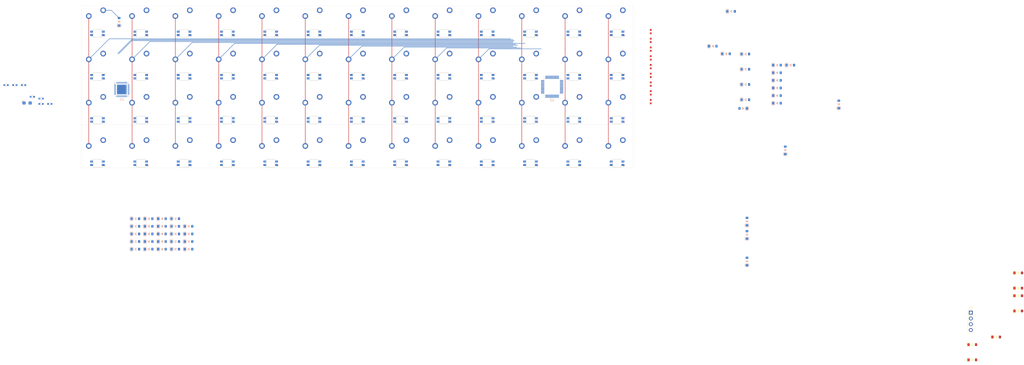
<source format=kicad_pcb>
(kicad_pcb (version 20171130) (host pcbnew "(5.1.10)-1")
  (layers (0 F.Cu signal) (31 B.Cu signal) (34 B.Paste user) (35 F.Paste user) (36 B.SilkS user) (37 F.SilkS user) (38 B.Mask user) (39 F.Mask user) (44 Edge.Cuts user))
  (net 0 "")
  (net 1 "Net-(D1-Pad1)")
  (net 2 "Net-(D1-Pad2)")
  (net 3 "Net-(D2-Pad2)")
  (net 4 "Net-(D3-Pad2)")
  (net 5 "Net-(D4-Pad2)")
  (net 6 "Net-(D5-Pad2)")
  (net 7 "Net-(D6-Pad2)")
  (net 8 "Net-(D7-Pad2)")
  (net 9 "Net-(D8-Pad2)")
  (net 10 "Net-(D9-Pad2)")
  (net 11 "Net-(D10-Pad2)")
  (net 12 "Net-(D11-Pad2)")
  (net 13 "Net-(D12-Pad1)")
  (net 14 "Net-(D12-Pad2)")
  (net 15 "Net-(D13-Pad2)")
  (net 16 "Net-(MX1-Pad1)")
  (net 17 "Net-(MX10-Pad1)")
  (net 18 "Net-(MX11-Pad1)")
  (net 19 "Net-(MX12-Pad1)")
  (net 20 "Net-(MX13-Pad1)")
  (net 21 "Net-(D14-Pad2)")
  (net 22 "Net-(D15-Pad1)")
  (net 23 "Net-(D15-Pad2)")
  (net 24 "Net-(D16-Pad2)")
  (net 25 "Net-(D17-Pad2)")
  (net 26 "Net-(D18-Pad1)")
  (net 27 "Net-(D18-Pad2)")
  (net 28 "Net-(D19-Pad2)")
  (net 29 "Net-(D20-Pad2)")
  (net 30 "Net-(D21-Pad2)")
  (net 31 "Net-(D22-Pad2)")
  (net 32 "Net-(D23-Pad2)")
  (net 33 "Net-(D24-Pad2)")
  (net 34 "Net-(D25-Pad2)")
  (net 35 "Net-(D26-Pad2)")
  (net 36 "Net-(D27-Pad2)")
  (net 37 "Net-(MX16-Pad1)")
  (net 38 "Net-(MX17-Pad1)")
  (net 39 "Net-(MX18-Pad1)")
  (net 40 "Net-(MX19-Pad1)")
  (net 41 "Net-(MX20-Pad1)")
  (net 42 "Net-(MX21-Pad1)")
  (net 43 "Net-(MX22-Pad1)")
  (net 44 "Net-(MX23-Pad1)")
  (net 45 "Net-(D28-Pad2)")
  (net 46 "Net-(D29-Pad2)")
  (net 47 "Net-(D30-Pad2)")
  (net 48 "Net-(D31-Pad2)")
  (net 49 "Net-(D32-Pad2)")
  (net 50 "Net-(D33-Pad2)")
  (net 51 "Net-(D34-Pad2)")
  (net 52 "Net-(D35-Pad2)")
  (net 53 "Net-(D36-Pad2)")
  (net 54 "Net-(D37-Pad2)")
  (net 55 "Net-(D38-Pad2)")
  (net 56 "Net-(D39-Pad2)")
  (net 57 GND)
  (net 58 +3V3)
  (net 59 "Net-(D40-Pad2)")
  (net 60 "Net-(D41-Pad2)")
  (net 61 "Net-(D42-Pad2)")
  (net 62 "Net-(D43-Pad2)")
  (net 63 "Net-(D44-Pad2)")
  (net 64 "Net-(D45-Pad2)")
  (net 65 "Net-(D46-Pad2)")
  (net 66 "Net-(D47-Pad2)")
  (net 67 "Net-(D48-Pad2)")
  (net 68 "Net-(D49-Pad2)")
  (net 69 "Net-(D50-Pad2)")
  (net 70 "Net-(D51-Pad2)")
  (net 71 "Net-(D52-Pad2)")
  (net 72 SWDIO)
  (net 73 SWCLK)
  (net 74 +5V)
  (net 75 "Net-(U2-Pad46)")
  (net 76 "Net-(U2-Pad45)")
  (net 77 Boot0)
  (net 78 "Net-(U2-Pad43)")
  (net 79 "Net-(U2-Pad42)")
  (net 80 "Net-(U2-Pad41)")
  (net 81 "Net-(U2-Pad40)")
  (net 82 "Net-(U2-Pad39)")
  (net 83 "Net-(U2-Pad38)")
  (net 84 D+)
  (net 85 D-)
  (net 86 "Net-(U2-Pad31)")
  (net 87 "Net-(U2-Pad30)")
  (net 88 "Net-(U2-Pad29)")
  (net 89 "Net-(U2-Pad28)")
  (net 90 "Net-(U2-Pad27)")
  (net 91 "Net-(U2-Pad26)")
  (net 92 "Net-(U2-Pad25)")
  (net 93 "Net-(U2-Pad22)")
  (net 94 "Net-(U2-Pad21)")
  (net 95 "Net-(U2-Pad20)")
  (net 96 "Net-(U2-Pad19)")
  (net 97 "Net-(U2-Pad18)")
  (net 98 "Net-(U2-Pad17)")
  (net 99 "Net-(U2-Pad16)")
  (net 100 "Net-(U2-Pad15)")
  (net 101 "Net-(U2-Pad14)")
  (net 102 "Net-(U2-Pad13)")
  (net 103 "Net-(U2-Pad12)")
  (net 104 "Net-(U2-Pad11)")
  (net 105 "Net-(U2-Pad10)")
  (net 106 NRST)
  (net 107 "Net-(U2-Pad6)")
  (net 108 "Net-(U2-Pad5)")
  (net 109 "Net-(U2-Pad4)")
  (net 110 "Net-(U2-Pad3)")
  (net 111 "Net-(U2-Pad2)")
  (net 112 "Net-(C2-Pad1)")
  (net 113 SW2)
  (net 114 SW3)
  (net 115 CS1)
  (net 116 SW1)
  (net 117 SW5)
  (net 118 SW6)
  (net 119 SW4)
  (net 120 SW8)
  (net 121 SW9)
  (net 122 SW7)
  (net 123 SW11)
  (net 124 SW12)
  (net 125 SW10)
  (net 126 CS2)
  (net 127 CS3)
  (net 128 CS4)
  (net 129 CS5)
  (net 130 CS6)
  (net 131 CS7)
  (net 132 CS8)
  (net 133 CS9)
  (net 134 CS10)
  (net 135 CS11)
  (net 136 CS12)
  (net 137 CS13)
  (net 138 "Net-(R2-Pad1)")
  (net 139 "Net-(U1-Pad45)")
  (net 140 "/RGB Matrix/SCL")
  (net 141 "/RGB Matrix/SDA")
  (net 142 Sync)
  (net 143 "Net-(U1-Pad36)")
  (net 144 "Net-(R3-Pad1)")
  (net 145 "Net-(U1-Pad1)")
  (net 146 "Net-(U1-Pad33)")
  (net 147 "Net-(U1-Pad32)")
  (net 148 "Net-(U1-Pad31)")
  (module MX_Only_v3:MXOnly-1U-NoLED (layer F.Cu) (at 95.25 95.25)
    (fp_text reference MX43)
    (fp_text value "MX 1U")
    (pad "" np_thru_hole circle (at 5.08 0 48.0996) (size 1.75 1.75) (drill 1.75) (layers *.Cu *.Mask))
    (pad "" np_thru_hole circle (at -5.08 0 48.0996) (size 1.75 1.75) (drill 1.75) (layers *.Cu *.Mask))
    (pad 1 thru_hole circle (at -3.81 -2.54) (size 2.5 2.5) (drill 1.47) (layers *.Cu *.Mask) (net 39 "Net-(MX18-Pad1)"))
    (pad "" np_thru_hole circle (at 0 0) (size 3.9878 3.9878) (drill 3.9878) (layers *.Cu *.Mask))
    (pad 2 thru_hole circle (at 2.54 -5.08) (size 2.5 2.5) (drill 1.47) (layers *.Cu *.Mask) (net 27 "Net-(D18-Pad2)"))
  )
  (module MX_Only_v3:MXOnly-1U-NoLED (layer F.Cu) (at 57.15 95.25)
    (fp_text reference MX41)
    (fp_text value "MX 1U")
    (pad "" np_thru_hole circle (at 5.08 0 48.0996) (size 1.75 1.75) (drill 1.75) (layers *.Cu *.Mask))
    (pad "" np_thru_hole circle (at -5.08 0 48.0996) (size 1.75 1.75) (drill 1.75) (layers *.Cu *.Mask))
    (pad 1 thru_hole circle (at -3.81 -2.54) (size 2.5 2.5) (drill 1.47) (layers *.Cu *.Mask) (net 37 "Net-(MX16-Pad1)"))
    (pad "" np_thru_hole circle (at 0 0) (size 3.9878 3.9878) (drill 3.9878) (layers *.Cu *.Mask))
    (pad 2 thru_hole circle (at 2.54 -5.08) (size 2.5 2.5) (drill 1.47) (layers *.Cu *.Mask) (net 9 "Net-(D8-Pad2)"))
  )
  (module MX_Only_v3:MXOnly-1U-NoLED (layer F.Cu) (at 38.1 95.25)
    (fp_text reference MX40)
    (fp_text value "MX 1U")
    (pad "" np_thru_hole circle (at 5.08 0 48.0996) (size 1.75 1.75) (drill 1.75) (layers *.Cu *.Mask))
    (pad "" np_thru_hole circle (at -5.08 0 48.0996) (size 1.75 1.75) (drill 1.75) (layers *.Cu *.Mask))
    (pad 1 thru_hole circle (at -3.81 -2.54) (size 2.5 2.5) (drill 1.47) (layers *.Cu *.Mask) (net 16 "Net-(MX1-Pad1)"))
    (pad "" np_thru_hole circle (at 0 0) (size 3.9878 3.9878) (drill 3.9878) (layers *.Cu *.Mask))
    (pad 2 thru_hole circle (at 2.54 -5.08) (size 2.5 2.5) (drill 1.47) (layers *.Cu *.Mask) (net 59 "Net-(D40-Pad2)"))
  )
  (module MX_Only_v3:MXOnly-1U-NoLED (layer F.Cu) (at 133.35 95.25)
    (fp_text reference MX45)
    (fp_text value "MX 1U")
    (pad "" np_thru_hole circle (at 5.08 0 48.0996) (size 1.75 1.75) (drill 1.75) (layers *.Cu *.Mask))
    (pad "" np_thru_hole circle (at -5.08 0 48.0996) (size 1.75 1.75) (drill 1.75) (layers *.Cu *.Mask))
    (pad 1 thru_hole circle (at -3.81 -2.54) (size 2.5 2.5) (drill 1.47) (layers *.Cu *.Mask) (net 41 "Net-(MX20-Pad1)"))
    (pad "" np_thru_hole circle (at 0 0) (size 3.9878 3.9878) (drill 3.9878) (layers *.Cu *.Mask))
    (pad 2 thru_hole circle (at 2.54 -5.08) (size 2.5 2.5) (drill 1.47) (layers *.Cu *.Mask) (net 35 "Net-(D26-Pad2)"))
  )
  (module MX_Only_v3:MXOnly-1U-NoLED (layer F.Cu) (at 209.55 95.25)
    (fp_text reference MX49)
    (fp_text value "MX 1U")
    (pad "" np_thru_hole circle (at 5.08 0 48.0996) (size 1.75 1.75) (drill 1.75) (layers *.Cu *.Mask))
    (pad "" np_thru_hole circle (at -5.08 0 48.0996) (size 1.75 1.75) (drill 1.75) (layers *.Cu *.Mask))
    (pad 1 thru_hole circle (at -3.81 -2.54) (size 2.5 2.5) (drill 1.47) (layers *.Cu *.Mask) (net 17 "Net-(MX10-Pad1)"))
    (pad "" np_thru_hole circle (at 0 0) (size 3.9878 3.9878) (drill 3.9878) (layers *.Cu *.Mask))
    (pad 2 thru_hole circle (at 2.54 -5.08) (size 2.5 2.5) (drill 1.47) (layers *.Cu *.Mask) (net 62 "Net-(D43-Pad2)"))
  )
  (module MX_Only_v3:MXOnly-1U-NoLED (layer F.Cu) (at 152.4 95.25)
    (fp_text reference MX46)
    (fp_text value "MX 1U")
    (pad "" np_thru_hole circle (at 5.08 0 48.0996) (size 1.75 1.75) (drill 1.75) (layers *.Cu *.Mask))
    (pad "" np_thru_hole circle (at -5.08 0 48.0996) (size 1.75 1.75) (drill 1.75) (layers *.Cu *.Mask))
    (pad 1 thru_hole circle (at -3.81 -2.54) (size 2.5 2.5) (drill 1.47) (layers *.Cu *.Mask) (net 42 "Net-(MX21-Pad1)"))
    (pad "" np_thru_hole circle (at 0 0) (size 3.9878 3.9878) (drill 3.9878) (layers *.Cu *.Mask))
    (pad 2 thru_hole circle (at 2.54 -5.08) (size 2.5 2.5) (drill 1.47) (layers *.Cu *.Mask) (net 65 "Net-(D46-Pad2)"))
  )
  (module MX_Only_v3:MXOnly-1U-NoLED (layer F.Cu) (at 76.2 95.25)
    (fp_text reference MX42)
    (fp_text value "MX 1U")
    (pad "" np_thru_hole circle (at 5.08 0 48.0996) (size 1.75 1.75) (drill 1.75) (layers *.Cu *.Mask))
    (pad "" np_thru_hole circle (at -5.08 0 48.0996) (size 1.75 1.75) (drill 1.75) (layers *.Cu *.Mask))
    (pad 1 thru_hole circle (at -3.81 -2.54) (size 2.5 2.5) (drill 1.47) (layers *.Cu *.Mask) (net 38 "Net-(MX17-Pad1)"))
    (pad "" np_thru_hole circle (at 0 0) (size 3.9878 3.9878) (drill 3.9878) (layers *.Cu *.Mask))
    (pad 2 thru_hole circle (at 2.54 -5.08) (size 2.5 2.5) (drill 1.47) (layers *.Cu *.Mask) (net 61 "Net-(D42-Pad2)"))
  )
  (module MX_Only_v3:MXOnly-1U-NoLED (layer F.Cu) (at 247.65 95.25)
    (fp_text reference MX51)
    (fp_text value "MX 1U")
    (pad "" np_thru_hole circle (at 5.08 0 48.0996) (size 1.75 1.75) (drill 1.75) (layers *.Cu *.Mask))
    (pad "" np_thru_hole circle (at -5.08 0 48.0996) (size 1.75 1.75) (drill 1.75) (layers *.Cu *.Mask))
    (pad 1 thru_hole circle (at -3.81 -2.54) (size 2.5 2.5) (drill 1.47) (layers *.Cu *.Mask) (net 19 "Net-(MX12-Pad1)"))
    (pad "" np_thru_hole circle (at 0 0) (size 3.9878 3.9878) (drill 3.9878) (layers *.Cu *.Mask))
    (pad 2 thru_hole circle (at 2.54 -5.08) (size 2.5 2.5) (drill 1.47) (layers *.Cu *.Mask) (net 70 "Net-(D51-Pad2)"))
  )
  (module MX_Only_v3:MXOnly-1U-NoLED (layer F.Cu) (at 114.3 95.25)
    (fp_text reference MX44)
    (fp_text value "MX 1U")
    (pad "" np_thru_hole circle (at 5.08 0 48.0996) (size 1.75 1.75) (drill 1.75) (layers *.Cu *.Mask))
    (pad "" np_thru_hole circle (at -5.08 0 48.0996) (size 1.75 1.75) (drill 1.75) (layers *.Cu *.Mask))
    (pad 1 thru_hole circle (at -3.81 -2.54) (size 2.5 2.5) (drill 1.47) (layers *.Cu *.Mask) (net 40 "Net-(MX19-Pad1)"))
    (pad "" np_thru_hole circle (at 0 0) (size 3.9878 3.9878) (drill 3.9878) (layers *.Cu *.Mask))
    (pad 2 thru_hole circle (at 2.54 -5.08) (size 2.5 2.5) (drill 1.47) (layers *.Cu *.Mask) (net 63 "Net-(D44-Pad2)"))
  )
  (module MX_Only_v3:MXOnly-1U-NoLED (layer F.Cu) (at 228.6 95.25)
    (fp_text reference MX50)
    (fp_text value "MX 1U")
    (pad "" np_thru_hole circle (at 5.08 0 48.0996) (size 1.75 1.75) (drill 1.75) (layers *.Cu *.Mask))
    (pad "" np_thru_hole circle (at -5.08 0 48.0996) (size 1.75 1.75) (drill 1.75) (layers *.Cu *.Mask))
    (pad 1 thru_hole circle (at -3.81 -2.54) (size 2.5 2.5) (drill 1.47) (layers *.Cu *.Mask) (net 18 "Net-(MX11-Pad1)"))
    (pad "" np_thru_hole circle (at 0 0) (size 3.9878 3.9878) (drill 3.9878) (layers *.Cu *.Mask))
    (pad 2 thru_hole circle (at 2.54 -5.08) (size 2.5 2.5) (drill 1.47) (layers *.Cu *.Mask) (net 69 "Net-(D50-Pad2)"))
  )
  (module MX_Only_v3:MXOnly-1U-NoLED (layer F.Cu) (at 190.5 95.25)
    (fp_text reference MX48)
    (fp_text value "MX 1U")
    (pad "" np_thru_hole circle (at 5.08 0 48.0996) (size 1.75 1.75) (drill 1.75) (layers *.Cu *.Mask))
    (pad "" np_thru_hole circle (at -5.08 0 48.0996) (size 1.75 1.75) (drill 1.75) (layers *.Cu *.Mask))
    (pad 1 thru_hole circle (at -3.81 -2.54) (size 2.5 2.5) (drill 1.47) (layers *.Cu *.Mask) (net 44 "Net-(MX23-Pad1)"))
    (pad "" np_thru_hole circle (at 0 0) (size 3.9878 3.9878) (drill 3.9878) (layers *.Cu *.Mask))
    (pad 2 thru_hole circle (at 2.54 -5.08) (size 2.5 2.5) (drill 1.47) (layers *.Cu *.Mask) (net 67 "Net-(D48-Pad2)"))
  )
  (module MX_Only_v3:MXOnly-1U-NoLED (layer F.Cu) (at 266.7 95.25)
    (fp_text reference MX52)
    (fp_text value "MX 1U")
    (pad "" np_thru_hole circle (at 5.08 0 48.0996) (size 1.75 1.75) (drill 1.75) (layers *.Cu *.Mask))
    (pad "" np_thru_hole circle (at -5.08 0 48.0996) (size 1.75 1.75) (drill 1.75) (layers *.Cu *.Mask))
    (pad 1 thru_hole circle (at -3.81 -2.54) (size 2.5 2.5) (drill 1.47) (layers *.Cu *.Mask) (net 20 "Net-(MX13-Pad1)"))
    (pad "" np_thru_hole circle (at 0 0) (size 3.9878 3.9878) (drill 3.9878) (layers *.Cu *.Mask))
    (pad 2 thru_hole circle (at 2.54 -5.08) (size 2.5 2.5) (drill 1.47) (layers *.Cu *.Mask) (net 71 "Net-(D52-Pad2)"))
  )
  (module MX_Only_v3:MXOnly-1U-NoLED (layer F.Cu) (at 171.45 95.25)
    (fp_text reference MX47)
    (fp_text value "MX 1U")
    (pad "" np_thru_hole circle (at 5.08 0 48.0996) (size 1.75 1.75) (drill 1.75) (layers *.Cu *.Mask))
    (pad "" np_thru_hole circle (at -5.08 0 48.0996) (size 1.75 1.75) (drill 1.75) (layers *.Cu *.Mask))
    (pad 1 thru_hole circle (at -3.81 -2.54) (size 2.5 2.5) (drill 1.47) (layers *.Cu *.Mask) (net 43 "Net-(MX22-Pad1)"))
    (pad "" np_thru_hole circle (at 0 0) (size 3.9878 3.9878) (drill 3.9878) (layers *.Cu *.Mask))
    (pad 2 thru_hole circle (at 2.54 -5.08) (size 2.5 2.5) (drill 1.47) (layers *.Cu *.Mask) (net 51 "Net-(D34-Pad2)"))
  )
  (module sanproject-keyboard-part:RGB-D-6028 (layer B.Cu) (at 95.25 95.25 180)
    (fp_text reference L_D16)
    (fp_text value LED_GRAB)
    (fp_line (start -1.9 -3.38) (end -1.9 -6.78) (layer Edge.Cuts) (width 0.15))
    (fp_line (start 1.9 -6.78) (end -1.9 -6.78) (layer Edge.Cuts) (width 0.15))
    (fp_line (start 1.9 -3.38) (end 1.9 -6.78) (layer Edge.Cuts) (width 0.15))
    (fp_line (start 1.9 -3.38) (end -1.9 -3.38) (layer Edge.Cuts) (width 0.15))
    (pad 1 smd rect (at 2.595 -4.33 180) (size 1.19 0.9) (layers B.Cu B.Paste B.Mask) (net 123 SW11))
    (pad 4 smd rect (at -2.595 -5.83 180) (size 1.19 0.9) (layers B.Cu B.Paste B.Mask) (net 124 SW12))
    (pad 3 smd rect (at -2.595 -4.33 180) (size 1.19 0.9) (layers B.Cu B.Paste B.Mask) (net 128 CS4))
    (pad 2 smd rect (at 2.595 -5.83 180) (size 1.19 0.9) (layers B.Cu B.Paste B.Mask) (net 125 SW10))
  )
  (module sanproject-keyboard-part:RGB-D-6028 (layer B.Cu) (at 38.1 95.25 180)
    (fp_text reference L_D4)
    (fp_text value LED_GRAB)
    (fp_line (start -1.9 -3.38) (end -1.9 -6.78) (layer Edge.Cuts) (width 0.15))
    (fp_line (start 1.9 -6.78) (end -1.9 -6.78) (layer Edge.Cuts) (width 0.15))
    (fp_line (start 1.9 -3.38) (end 1.9 -6.78) (layer Edge.Cuts) (width 0.15))
    (fp_line (start 1.9 -3.38) (end -1.9 -3.38) (layer Edge.Cuts) (width 0.15))
    (pad 1 smd rect (at 2.595 -4.33 180) (size 1.19 0.9) (layers B.Cu B.Paste B.Mask) (net 123 SW11))
    (pad 4 smd rect (at -2.595 -5.83 180) (size 1.19 0.9) (layers B.Cu B.Paste B.Mask) (net 124 SW12))
    (pad 3 smd rect (at -2.595 -4.33 180) (size 1.19 0.9) (layers B.Cu B.Paste B.Mask) (net 115 CS1))
    (pad 2 smd rect (at 2.595 -5.83 180) (size 1.19 0.9) (layers B.Cu B.Paste B.Mask) (net 125 SW10))
  )
  (module sanproject-keyboard-part:RGB-D-6028 (layer B.Cu) (at 57.15 95.25 180)
    (fp_text reference L_D8)
    (fp_text value LED_GRAB)
    (fp_line (start -1.9 -3.38) (end -1.9 -6.78) (layer Edge.Cuts) (width 0.15))
    (fp_line (start 1.9 -6.78) (end -1.9 -6.78) (layer Edge.Cuts) (width 0.15))
    (fp_line (start 1.9 -3.38) (end 1.9 -6.78) (layer Edge.Cuts) (width 0.15))
    (fp_line (start 1.9 -3.38) (end -1.9 -3.38) (layer Edge.Cuts) (width 0.15))
    (pad 1 smd rect (at 2.595 -4.33 180) (size 1.19 0.9) (layers B.Cu B.Paste B.Mask) (net 123 SW11))
    (pad 4 smd rect (at -2.595 -5.83 180) (size 1.19 0.9) (layers B.Cu B.Paste B.Mask) (net 124 SW12))
    (pad 3 smd rect (at -2.595 -4.33 180) (size 1.19 0.9) (layers B.Cu B.Paste B.Mask) (net 126 CS2))
    (pad 2 smd rect (at 2.595 -5.83 180) (size 1.19 0.9) (layers B.Cu B.Paste B.Mask) (net 125 SW10))
  )
  (module sanproject-keyboard-part:RGB-D-6028 (layer B.Cu) (at 114.3 95.25 180)
    (fp_text reference L_D20)
    (fp_text value LED_GRAB)
    (fp_line (start -1.9 -3.38) (end -1.9 -6.78) (layer Edge.Cuts) (width 0.15))
    (fp_line (start 1.9 -6.78) (end -1.9 -6.78) (layer Edge.Cuts) (width 0.15))
    (fp_line (start 1.9 -3.38) (end 1.9 -6.78) (layer Edge.Cuts) (width 0.15))
    (fp_line (start 1.9 -3.38) (end -1.9 -3.38) (layer Edge.Cuts) (width 0.15))
    (pad 1 smd rect (at 2.595 -4.33 180) (size 1.19 0.9) (layers B.Cu B.Paste B.Mask) (net 123 SW11))
    (pad 4 smd rect (at -2.595 -5.83 180) (size 1.19 0.9) (layers B.Cu B.Paste B.Mask) (net 124 SW12))
    (pad 3 smd rect (at -2.595 -4.33 180) (size 1.19 0.9) (layers B.Cu B.Paste B.Mask) (net 129 CS5))
    (pad 2 smd rect (at 2.595 -5.83 180) (size 1.19 0.9) (layers B.Cu B.Paste B.Mask) (net 125 SW10))
  )
  (module sanproject-keyboard-part:RGB-D-6028 (layer B.Cu) (at 76.2 95.25 180)
    (fp_text reference L_D12)
    (fp_text value LED_GRAB)
    (fp_line (start -1.9 -3.38) (end -1.9 -6.78) (layer Edge.Cuts) (width 0.15))
    (fp_line (start 1.9 -6.78) (end -1.9 -6.78) (layer Edge.Cuts) (width 0.15))
    (fp_line (start 1.9 -3.38) (end 1.9 -6.78) (layer Edge.Cuts) (width 0.15))
    (fp_line (start 1.9 -3.38) (end -1.9 -3.38) (layer Edge.Cuts) (width 0.15))
    (pad 1 smd rect (at 2.595 -4.33 180) (size 1.19 0.9) (layers B.Cu B.Paste B.Mask) (net 123 SW11))
    (pad 4 smd rect (at -2.595 -5.83 180) (size 1.19 0.9) (layers B.Cu B.Paste B.Mask) (net 124 SW12))
    (pad 3 smd rect (at -2.595 -4.33 180) (size 1.19 0.9) (layers B.Cu B.Paste B.Mask) (net 127 CS3))
    (pad 2 smd rect (at 2.595 -5.83 180) (size 1.19 0.9) (layers B.Cu B.Paste B.Mask) (net 125 SW10))
  )
  (module sanproject-keyboard-part:RGB-D-6028 (layer B.Cu) (at 228.6 95.25 180)
    (fp_text reference L_D44)
    (fp_text value LED_GRAB)
    (fp_line (start -1.9 -3.38) (end -1.9 -6.78) (layer Edge.Cuts) (width 0.15))
    (fp_line (start 1.9 -6.78) (end -1.9 -6.78) (layer Edge.Cuts) (width 0.15))
    (fp_line (start 1.9 -3.38) (end 1.9 -6.78) (layer Edge.Cuts) (width 0.15))
    (fp_line (start 1.9 -3.38) (end -1.9 -3.38) (layer Edge.Cuts) (width 0.15))
    (pad 1 smd rect (at 2.595 -4.33 180) (size 1.19 0.9) (layers B.Cu B.Paste B.Mask) (net 123 SW11))
    (pad 4 smd rect (at -2.595 -5.83 180) (size 1.19 0.9) (layers B.Cu B.Paste B.Mask) (net 124 SW12))
    (pad 3 smd rect (at -2.595 -4.33 180) (size 1.19 0.9) (layers B.Cu B.Paste B.Mask) (net 135 CS11))
    (pad 2 smd rect (at 2.595 -5.83 180) (size 1.19 0.9) (layers B.Cu B.Paste B.Mask) (net 125 SW10))
  )
  (module sanproject-keyboard-part:RGB-D-6028 (layer B.Cu) (at 247.65 95.25 180)
    (fp_text reference L_D48)
    (fp_text value LED_GRAB)
    (fp_line (start -1.9 -3.38) (end -1.9 -6.78) (layer Edge.Cuts) (width 0.15))
    (fp_line (start 1.9 -6.78) (end -1.9 -6.78) (layer Edge.Cuts) (width 0.15))
    (fp_line (start 1.9 -3.38) (end 1.9 -6.78) (layer Edge.Cuts) (width 0.15))
    (fp_line (start 1.9 -3.38) (end -1.9 -3.38) (layer Edge.Cuts) (width 0.15))
    (pad 1 smd rect (at 2.595 -4.33 180) (size 1.19 0.9) (layers B.Cu B.Paste B.Mask) (net 123 SW11))
    (pad 4 smd rect (at -2.595 -5.83 180) (size 1.19 0.9) (layers B.Cu B.Paste B.Mask) (net 124 SW12))
    (pad 3 smd rect (at -2.595 -4.33 180) (size 1.19 0.9) (layers B.Cu B.Paste B.Mask) (net 136 CS12))
    (pad 2 smd rect (at 2.595 -5.83 180) (size 1.19 0.9) (layers B.Cu B.Paste B.Mask) (net 125 SW10))
  )
  (module sanproject-keyboard-part:RGB-D-6028 (layer B.Cu) (at 266.7 95.25 180)
    (fp_text reference L_D52)
    (fp_text value LED_GRAB)
    (fp_line (start -1.9 -3.38) (end -1.9 -6.78) (layer Edge.Cuts) (width 0.15))
    (fp_line (start 1.9 -6.78) (end -1.9 -6.78) (layer Edge.Cuts) (width 0.15))
    (fp_line (start 1.9 -3.38) (end 1.9 -6.78) (layer Edge.Cuts) (width 0.15))
    (fp_line (start 1.9 -3.38) (end -1.9 -3.38) (layer Edge.Cuts) (width 0.15))
    (pad 1 smd rect (at 2.595 -4.33 180) (size 1.19 0.9) (layers B.Cu B.Paste B.Mask) (net 123 SW11))
    (pad 4 smd rect (at -2.595 -5.83 180) (size 1.19 0.9) (layers B.Cu B.Paste B.Mask) (net 124 SW12))
    (pad 3 smd rect (at -2.595 -4.33 180) (size 1.19 0.9) (layers B.Cu B.Paste B.Mask) (net 137 CS13))
    (pad 2 smd rect (at 2.595 -5.83 180) (size 1.19 0.9) (layers B.Cu B.Paste B.Mask) (net 125 SW10))
  )
  (module sanproject-keyboard-part:RGB-D-6028 (layer B.Cu) (at 209.55 95.25 180)
    (fp_text reference L_D40)
    (fp_text value LED_GRAB)
    (fp_line (start -1.9 -3.38) (end -1.9 -6.78) (layer Edge.Cuts) (width 0.15))
    (fp_line (start 1.9 -6.78) (end -1.9 -6.78) (layer Edge.Cuts) (width 0.15))
    (fp_line (start 1.9 -3.38) (end 1.9 -6.78) (layer Edge.Cuts) (width 0.15))
    (fp_line (start 1.9 -3.38) (end -1.9 -3.38) (layer Edge.Cuts) (width 0.15))
    (pad 1 smd rect (at 2.595 -4.33 180) (size 1.19 0.9) (layers B.Cu B.Paste B.Mask) (net 123 SW11))
    (pad 4 smd rect (at -2.595 -5.83 180) (size 1.19 0.9) (layers B.Cu B.Paste B.Mask) (net 124 SW12))
    (pad 3 smd rect (at -2.595 -4.33 180) (size 1.19 0.9) (layers B.Cu B.Paste B.Mask) (net 134 CS10))
    (pad 2 smd rect (at 2.595 -5.83 180) (size 1.19 0.9) (layers B.Cu B.Paste B.Mask) (net 125 SW10))
  )
  (module sanproject-keyboard-part:RGB-D-6028 (layer B.Cu) (at 171.45 95.25 180)
    (fp_text reference L_D32)
    (fp_text value LED_GRAB)
    (fp_line (start -1.9 -3.38) (end -1.9 -6.78) (layer Edge.Cuts) (width 0.15))
    (fp_line (start 1.9 -6.78) (end -1.9 -6.78) (layer Edge.Cuts) (width 0.15))
    (fp_line (start 1.9 -3.38) (end 1.9 -6.78) (layer Edge.Cuts) (width 0.15))
    (fp_line (start 1.9 -3.38) (end -1.9 -3.38) (layer Edge.Cuts) (width 0.15))
    (pad 1 smd rect (at 2.595 -4.33 180) (size 1.19 0.9) (layers B.Cu B.Paste B.Mask) (net 123 SW11))
    (pad 4 smd rect (at -2.595 -5.83 180) (size 1.19 0.9) (layers B.Cu B.Paste B.Mask) (net 124 SW12))
    (pad 3 smd rect (at -2.595 -4.33 180) (size 1.19 0.9) (layers B.Cu B.Paste B.Mask) (net 132 CS8))
    (pad 2 smd rect (at 2.595 -5.83 180) (size 1.19 0.9) (layers B.Cu B.Paste B.Mask) (net 125 SW10))
  )
  (module sanproject-keyboard-part:RGB-D-6028 (layer B.Cu) (at 133.35 95.25 180)
    (fp_text reference L_D24)
    (fp_text value LED_GRAB)
    (fp_line (start -1.9 -3.38) (end -1.9 -6.78) (layer Edge.Cuts) (width 0.15))
    (fp_line (start 1.9 -6.78) (end -1.9 -6.78) (layer Edge.Cuts) (width 0.15))
    (fp_line (start 1.9 -3.38) (end 1.9 -6.78) (layer Edge.Cuts) (width 0.15))
    (fp_line (start 1.9 -3.38) (end -1.9 -3.38) (layer Edge.Cuts) (width 0.15))
    (pad 1 smd rect (at 2.595 -4.33 180) (size 1.19 0.9) (layers B.Cu B.Paste B.Mask) (net 123 SW11))
    (pad 4 smd rect (at -2.595 -5.83 180) (size 1.19 0.9) (layers B.Cu B.Paste B.Mask) (net 124 SW12))
    (pad 3 smd rect (at -2.595 -4.33 180) (size 1.19 0.9) (layers B.Cu B.Paste B.Mask) (net 130 CS6))
    (pad 2 smd rect (at 2.595 -5.83 180) (size 1.19 0.9) (layers B.Cu B.Paste B.Mask) (net 125 SW10))
  )
  (module sanproject-keyboard-part:RGB-D-6028 (layer B.Cu) (at 190.5 95.25 180)
    (fp_text reference L_D36)
    (fp_text value LED_GRAB)
    (fp_line (start -1.9 -3.38) (end -1.9 -6.78) (layer Edge.Cuts) (width 0.15))
    (fp_line (start 1.9 -6.78) (end -1.9 -6.78) (layer Edge.Cuts) (width 0.15))
    (fp_line (start 1.9 -3.38) (end 1.9 -6.78) (layer Edge.Cuts) (width 0.15))
    (fp_line (start 1.9 -3.38) (end -1.9 -3.38) (layer Edge.Cuts) (width 0.15))
    (pad 1 smd rect (at 2.595 -4.33 180) (size 1.19 0.9) (layers B.Cu B.Paste B.Mask) (net 123 SW11))
    (pad 4 smd rect (at -2.595 -5.83 180) (size 1.19 0.9) (layers B.Cu B.Paste B.Mask) (net 124 SW12))
    (pad 3 smd rect (at -2.595 -4.33 180) (size 1.19 0.9) (layers B.Cu B.Paste B.Mask) (net 133 CS9))
    (pad 2 smd rect (at 2.595 -5.83 180) (size 1.19 0.9) (layers B.Cu B.Paste B.Mask) (net 125 SW10))
  )
  (module sanproject-keyboard-part:RGB-D-6028 (layer B.Cu) (at 152.4 95.25 180)
    (fp_text reference L_D28)
    (fp_text value LED_GRAB)
    (fp_line (start -1.9 -3.38) (end -1.9 -6.78) (layer Edge.Cuts) (width 0.15))
    (fp_line (start 1.9 -6.78) (end -1.9 -6.78) (layer Edge.Cuts) (width 0.15))
    (fp_line (start 1.9 -3.38) (end 1.9 -6.78) (layer Edge.Cuts) (width 0.15))
    (fp_line (start 1.9 -3.38) (end -1.9 -3.38) (layer Edge.Cuts) (width 0.15))
    (pad 1 smd rect (at 2.595 -4.33 180) (size 1.19 0.9) (layers B.Cu B.Paste B.Mask) (net 123 SW11))
    (pad 4 smd rect (at -2.595 -5.83 180) (size 1.19 0.9) (layers B.Cu B.Paste B.Mask) (net 124 SW12))
    (pad 3 smd rect (at -2.595 -4.33 180) (size 1.19 0.9) (layers B.Cu B.Paste B.Mask) (net 131 CS7))
    (pad 2 smd rect (at 2.595 -5.83 180) (size 1.19 0.9) (layers B.Cu B.Paste B.Mask) (net 125 SW10))
  )
  (module Package_DFN_QFN:QFN-48-1EP_6x6mm_P0.4mm_EP4.2x4.2mm (layer B.Cu) (at 48.815625 67.865625)
    (fp_text reference U1 (at 0 4.32) (layer B.SilkS) (effects (justify mirror)))
    (fp_text value IS31FL3733-QF)
    (pad 1 smd roundrect (at -2.95 2.2) (size 0.85 0.2) (layers B.Cu B.Paste B.Mask) (net 145 "Net-(U1-Pad1)"))
    (pad 2 smd roundrect (at -2.95 1.8) (size 0.85 0.2) (layers B.Cu B.Paste B.Mask) (net 116 SW1))
    (pad 3 smd roundrect (at -2.95 1.4) (size 0.85 0.2) (layers B.Cu B.Paste B.Mask) (net 113 SW2))
    (pad 4 smd roundrect (at -2.95 1) (size 0.85 0.2) (layers B.Cu B.Paste B.Mask) (net 114 SW3))
    (pad 5 smd roundrect (at -2.95 0.6) (size 0.85 0.2) (layers B.Cu B.Paste B.Mask) (net 57 GND))
    (pad 6 smd roundrect (at -2.95 0.2) (size 0.85 0.2) (layers B.Cu B.Paste B.Mask) (net 119 SW4))
    (pad 7 smd roundrect (at -2.95 -0.2) (size 0.85 0.2) (layers B.Cu B.Paste B.Mask) (net 117 SW5))
    (pad 8 smd roundrect (at -2.95 -0.6) (size 0.85 0.2) (layers B.Cu B.Paste B.Mask) (net 118 SW6))
    (pad 9 smd roundrect (at -2.95 -1) (size 0.85 0.2) (layers B.Cu B.Paste B.Mask) (net 122 SW7))
    (pad 10 smd roundrect (at -2.95 -1.4) (size 0.85 0.2) (layers B.Cu B.Paste B.Mask) (net 120 SW8))
    (pad 11 smd roundrect (at -2.95 -1.8) (size 0.85 0.2) (layers B.Cu B.Paste B.Mask) (net 121 SW9))
    (pad 12 smd roundrect (at -2.95 -2.2) (size 0.85 0.2) (layers B.Cu B.Paste B.Mask) (net 57 GND))
    (pad 13 smd roundrect (at -2.2 -2.95) (size 0.2 0.85) (layers B.Cu B.Paste B.Mask) (net 125 SW10))
    (pad 14 smd roundrect (at -1.8 -2.95) (size 0.2 0.85) (layers B.Cu B.Paste B.Mask) (net 123 SW11))
    (pad 15 smd roundrect (at -1.4 -2.95) (size 0.2 0.85) (layers B.Cu B.Paste B.Mask) (net 124 SW12))
    (pad 16 smd roundrect (at -1 -2.95) (size 0.2 0.85) (layers B.Cu B.Paste B.Mask) (net 115 CS1))
    (pad 17 smd roundrect (at -0.6 -2.95) (size 0.2 0.85) (layers B.Cu B.Paste B.Mask) (net 126 CS2))
    (pad 18 smd roundrect (at -0.2 -2.95) (size 0.2 0.85) (layers B.Cu B.Paste B.Mask) (net 127 CS3))
    (pad 19 smd roundrect (at 0.2 -2.95) (size 0.2 0.85) (layers B.Cu B.Paste B.Mask) (net 128 CS4))
    (pad 20 smd roundrect (at 0.6 -2.95) (size 0.2 0.85) (layers B.Cu B.Paste B.Mask) (net 74 +5V))
    (pad 21 smd roundrect (at 1 -2.95) (size 0.2 0.85) (layers B.Cu B.Paste B.Mask) (net 129 CS5))
    (pad 22 smd roundrect (at 1.4 -2.95) (size 0.2 0.85) (layers B.Cu B.Paste B.Mask) (net 130 CS6))
    (pad 23 smd roundrect (at 1.8 -2.95) (size 0.2 0.85) (layers B.Cu B.Paste B.Mask) (net 131 CS7))
    (pad 24 smd roundrect (at 2.2 -2.95) (size 0.2 0.85) (layers B.Cu B.Paste B.Mask) (net 132 CS8))
    (pad 25 smd roundrect (at 2.95 -2.2) (size 0.85 0.2) (layers B.Cu B.Paste B.Mask) (net 133 CS9))
    (pad 26 smd roundrect (at 2.95 -1.8) (size 0.85 0.2) (layers B.Cu B.Paste B.Mask) (net 134 CS10))
    (pad 27 smd roundrect (at 2.95 -1.4) (size 0.85 0.2) (layers B.Cu B.Paste B.Mask) (net 135 CS11))
    (pad 28 smd roundrect (at 2.95 -1) (size 0.85 0.2) (layers B.Cu B.Paste B.Mask) (net 136 CS12))
    (pad 29 smd roundrect (at 2.95 -0.6) (size 0.85 0.2) (layers B.Cu B.Paste B.Mask) (net 74 +5V))
    (pad 30 smd roundrect (at 2.95 -0.2) (size 0.85 0.2) (layers B.Cu B.Paste B.Mask) (net 137 CS13))
    (pad 31 smd roundrect (at 2.95 0.2) (size 0.85 0.2) (layers B.Cu B.Paste B.Mask) (net 148 "Net-(U1-Pad31)"))
    (pad 32 smd roundrect (at 2.95 0.6) (size 0.85 0.2) (layers B.Cu B.Paste B.Mask) (net 147 "Net-(U1-Pad32)"))
    (pad 33 smd roundrect (at 2.95 1) (size 0.85 0.2) (layers B.Cu B.Paste B.Mask) (net 146 "Net-(U1-Pad33)"))
    (pad 34 smd roundrect (at 2.95 1.4) (size 0.85 0.2) (layers B.Cu B.Paste B.Mask) (net 57 GND))
    (pad 35 smd roundrect (at 2.95 1.8) (size 0.85 0.2) (layers B.Cu B.Paste B.Mask) (net 144 "Net-(R3-Pad1)"))
    (pad 36 smd roundrect (at 2.95 2.2) (size 0.85 0.2) (layers B.Cu B.Paste B.Mask) (net 143 "Net-(U1-Pad36)"))
    (pad 37 smd roundrect (at 2.2 2.95) (size 0.2 0.85) (layers B.Cu B.Paste B.Mask) (net 74 +5V))
    (pad 38 smd roundrect (at 1.8 2.95) (size 0.2 0.85) (layers B.Cu B.Paste B.Mask) (net 74 +5V))
    (pad 39 smd roundrect (at 1.4 2.95) (size 0.2 0.85) (layers B.Cu B.Paste B.Mask) (net 58 +3V3))
    (pad 40 smd roundrect (at 1 2.95) (size 0.2 0.85) (layers B.Cu B.Paste B.Mask) (net 142 Sync))
    (pad 41 smd roundrect (at 0.6 2.95) (size 0.2 0.85) (layers B.Cu B.Paste B.Mask) (net 141 "/RGB Matrix/SDA"))
    (pad 42 smd roundrect (at 0.2 2.95) (size 0.2 0.85) (layers B.Cu B.Paste B.Mask) (net 140 "/RGB Matrix/SCL"))
    (pad 43 smd roundrect (at -0.2 2.95) (size 0.2 0.85) (layers B.Cu B.Paste B.Mask) (net 57 GND))
    (pad 44 smd roundrect (at -0.6 2.95) (size 0.2 0.85) (layers B.Cu B.Paste B.Mask) (net 57 GND))
    (pad 45 smd roundrect (at -1 2.95) (size 0.2 0.85) (layers B.Cu B.Paste B.Mask) (net 139 "Net-(U1-Pad45)"))
    (pad 46 smd roundrect (at -1.4 2.95) (size 0.2 0.85) (layers B.Cu B.Paste B.Mask) (net 58 +3V3))
    (pad 47 smd roundrect (at -1.8 2.95) (size 0.2 0.85) (layers B.Cu B.Paste B.Mask) (net 138 "Net-(R2-Pad1)"))
    (pad 48 smd roundrect (at -2.2 2.95) (size 0.2 0.85) (layers B.Cu B.Paste B.Mask) (net 57 GND))
    (pad 49 smd rect (at 0 0) (size 4.2 4.2) (layers B.Cu B.Mask) (net 57 GND))
  )
  (module sanproject-keyboard-part:RGB-D-6028 (layer B.Cu) (at 266.7 76.2 180)
    (fp_text reference L_D51)
    (fp_text value LED_GRAB)
    (fp_line (start -1.9 -3.38) (end -1.9 -6.78) (layer Edge.Cuts) (width 0.15))
    (fp_line (start 1.9 -6.78) (end -1.9 -6.78) (layer Edge.Cuts) (width 0.15))
    (fp_line (start 1.9 -3.38) (end 1.9 -6.78) (layer Edge.Cuts) (width 0.15))
    (fp_line (start 1.9 -3.38) (end -1.9 -3.38) (layer Edge.Cuts) (width 0.15))
    (pad 1 smd rect (at 2.595 -4.33 180) (size 1.19 0.9) (layers B.Cu B.Paste B.Mask) (net 120 SW8))
    (pad 4 smd rect (at -2.595 -5.83 180) (size 1.19 0.9) (layers B.Cu B.Paste B.Mask) (net 121 SW9))
    (pad 3 smd rect (at -2.595 -4.33 180) (size 1.19 0.9) (layers B.Cu B.Paste B.Mask) (net 137 CS13))
    (pad 2 smd rect (at 2.595 -5.83 180) (size 1.19 0.9) (layers B.Cu B.Paste B.Mask) (net 122 SW7))
  )
  (module sanproject-keyboard-part:RGB-D-6028 (layer B.Cu) (at 266.7 57.15 180)
    (fp_text reference L_D50)
    (fp_text value LED_GRAB)
    (fp_line (start -1.9 -3.38) (end -1.9 -6.78) (layer Edge.Cuts) (width 0.15))
    (fp_line (start 1.9 -6.78) (end -1.9 -6.78) (layer Edge.Cuts) (width 0.15))
    (fp_line (start 1.9 -3.38) (end 1.9 -6.78) (layer Edge.Cuts) (width 0.15))
    (fp_line (start 1.9 -3.38) (end -1.9 -3.38) (layer Edge.Cuts) (width 0.15))
    (pad 1 smd rect (at 2.595 -4.33 180) (size 1.19 0.9) (layers B.Cu B.Paste B.Mask) (net 117 SW5))
    (pad 4 smd rect (at -2.595 -5.83 180) (size 1.19 0.9) (layers B.Cu B.Paste B.Mask) (net 118 SW6))
    (pad 3 smd rect (at -2.595 -4.33 180) (size 1.19 0.9) (layers B.Cu B.Paste B.Mask) (net 137 CS13))
    (pad 2 smd rect (at 2.595 -5.83 180) (size 1.19 0.9) (layers B.Cu B.Paste B.Mask) (net 119 SW4))
  )
  (module sanproject-keyboard-part:RGB-D-6028 (layer B.Cu) (at 266.7 38.1 180)
    (fp_text reference L_D49)
    (fp_text value LED_GRAB)
    (fp_line (start -1.9 -3.38) (end -1.9 -6.78) (layer Edge.Cuts) (width 0.15))
    (fp_line (start 1.9 -6.78) (end -1.9 -6.78) (layer Edge.Cuts) (width 0.15))
    (fp_line (start 1.9 -3.38) (end 1.9 -6.78) (layer Edge.Cuts) (width 0.15))
    (fp_line (start 1.9 -3.38) (end -1.9 -3.38) (layer Edge.Cuts) (width 0.15))
    (pad 1 smd rect (at 2.595 -4.33 180) (size 1.19 0.9) (layers B.Cu B.Paste B.Mask) (net 113 SW2))
    (pad 4 smd rect (at -2.595 -5.83 180) (size 1.19 0.9) (layers B.Cu B.Paste B.Mask) (net 114 SW3))
    (pad 3 smd rect (at -2.595 -4.33 180) (size 1.19 0.9) (layers B.Cu B.Paste B.Mask) (net 137 CS13))
    (pad 2 smd rect (at 2.595 -5.83 180) (size 1.19 0.9) (layers B.Cu B.Paste B.Mask) (net 116 SW1))
  )
  (module sanproject-keyboard-part:RGB-D-6028 (layer B.Cu) (at 247.65 76.2 180)
    (fp_text reference L_D47)
    (fp_text value LED_GRAB)
    (fp_line (start -1.9 -3.38) (end -1.9 -6.78) (layer Edge.Cuts) (width 0.15))
    (fp_line (start 1.9 -6.78) (end -1.9 -6.78) (layer Edge.Cuts) (width 0.15))
    (fp_line (start 1.9 -3.38) (end 1.9 -6.78) (layer Edge.Cuts) (width 0.15))
    (fp_line (start 1.9 -3.38) (end -1.9 -3.38) (layer Edge.Cuts) (width 0.15))
    (pad 1 smd rect (at 2.595 -4.33 180) (size 1.19 0.9) (layers B.Cu B.Paste B.Mask) (net 120 SW8))
    (pad 4 smd rect (at -2.595 -5.83 180) (size 1.19 0.9) (layers B.Cu B.Paste B.Mask) (net 121 SW9))
    (pad 3 smd rect (at -2.595 -4.33 180) (size 1.19 0.9) (layers B.Cu B.Paste B.Mask) (net 136 CS12))
    (pad 2 smd rect (at 2.595 -5.83 180) (size 1.19 0.9) (layers B.Cu B.Paste B.Mask) (net 122 SW7))
  )
  (module sanproject-keyboard-part:RGB-D-6028 (layer B.Cu) (at 247.65 57.15 180)
    (fp_text reference L_D46)
    (fp_text value LED_GRAB)
    (fp_line (start -1.9 -3.38) (end -1.9 -6.78) (layer Edge.Cuts) (width 0.15))
    (fp_line (start 1.9 -6.78) (end -1.9 -6.78) (layer Edge.Cuts) (width 0.15))
    (fp_line (start 1.9 -3.38) (end 1.9 -6.78) (layer Edge.Cuts) (width 0.15))
    (fp_line (start 1.9 -3.38) (end -1.9 -3.38) (layer Edge.Cuts) (width 0.15))
    (pad 1 smd rect (at 2.595 -4.33 180) (size 1.19 0.9) (layers B.Cu B.Paste B.Mask) (net 117 SW5))
    (pad 4 smd rect (at -2.595 -5.83 180) (size 1.19 0.9) (layers B.Cu B.Paste B.Mask) (net 118 SW6))
    (pad 3 smd rect (at -2.595 -4.33 180) (size 1.19 0.9) (layers B.Cu B.Paste B.Mask) (net 136 CS12))
    (pad 2 smd rect (at 2.595 -5.83 180) (size 1.19 0.9) (layers B.Cu B.Paste B.Mask) (net 119 SW4))
  )
  (module sanproject-keyboard-part:RGB-D-6028 (layer B.Cu) (at 247.65 38.1 180)
    (fp_text reference L_D45)
    (fp_text value LED_GRAB)
    (fp_line (start -1.9 -3.38) (end -1.9 -6.78) (layer Edge.Cuts) (width 0.15))
    (fp_line (start 1.9 -6.78) (end -1.9 -6.78) (layer Edge.Cuts) (width 0.15))
    (fp_line (start 1.9 -3.38) (end 1.9 -6.78) (layer Edge.Cuts) (width 0.15))
    (fp_line (start 1.9 -3.38) (end -1.9 -3.38) (layer Edge.Cuts) (width 0.15))
    (pad 1 smd rect (at 2.595 -4.33 180) (size 1.19 0.9) (layers B.Cu B.Paste B.Mask) (net 113 SW2))
    (pad 4 smd rect (at -2.595 -5.83 180) (size 1.19 0.9) (layers B.Cu B.Paste B.Mask) (net 114 SW3))
    (pad 3 smd rect (at -2.595 -4.33 180) (size 1.19 0.9) (layers B.Cu B.Paste B.Mask) (net 136 CS12))
    (pad 2 smd rect (at 2.595 -5.83 180) (size 1.19 0.9) (layers B.Cu B.Paste B.Mask) (net 116 SW1))
  )
  (module sanproject-keyboard-part:RGB-D-6028 (layer B.Cu) (at 228.6 76.2 180)
    (fp_text reference L_D43)
    (fp_text value LED_GRAB)
    (fp_line (start -1.9 -3.38) (end -1.9 -6.78) (layer Edge.Cuts) (width 0.15))
    (fp_line (start 1.9 -6.78) (end -1.9 -6.78) (layer Edge.Cuts) (width 0.15))
    (fp_line (start 1.9 -3.38) (end 1.9 -6.78) (layer Edge.Cuts) (width 0.15))
    (fp_line (start 1.9 -3.38) (end -1.9 -3.38) (layer Edge.Cuts) (width 0.15))
    (pad 1 smd rect (at 2.595 -4.33 180) (size 1.19 0.9) (layers B.Cu B.Paste B.Mask) (net 120 SW8))
    (pad 4 smd rect (at -2.595 -5.83 180) (size 1.19 0.9) (layers B.Cu B.Paste B.Mask) (net 121 SW9))
    (pad 3 smd rect (at -2.595 -4.33 180) (size 1.19 0.9) (layers B.Cu B.Paste B.Mask) (net 135 CS11))
    (pad 2 smd rect (at 2.595 -5.83 180) (size 1.19 0.9) (layers B.Cu B.Paste B.Mask) (net 122 SW7))
  )
  (module sanproject-keyboard-part:RGB-D-6028 (layer B.Cu) (at 228.6 57.15 180)
    (fp_text reference L_D42)
    (fp_text value LED_GRAB)
    (fp_line (start -1.9 -3.38) (end -1.9 -6.78) (layer Edge.Cuts) (width 0.15))
    (fp_line (start 1.9 -6.78) (end -1.9 -6.78) (layer Edge.Cuts) (width 0.15))
    (fp_line (start 1.9 -3.38) (end 1.9 -6.78) (layer Edge.Cuts) (width 0.15))
    (fp_line (start 1.9 -3.38) (end -1.9 -3.38) (layer Edge.Cuts) (width 0.15))
    (pad 1 smd rect (at 2.595 -4.33 180) (size 1.19 0.9) (layers B.Cu B.Paste B.Mask) (net 117 SW5))
    (pad 4 smd rect (at -2.595 -5.83 180) (size 1.19 0.9) (layers B.Cu B.Paste B.Mask) (net 118 SW6))
    (pad 3 smd rect (at -2.595 -4.33 180) (size 1.19 0.9) (layers B.Cu B.Paste B.Mask) (net 135 CS11))
    (pad 2 smd rect (at 2.595 -5.83 180) (size 1.19 0.9) (layers B.Cu B.Paste B.Mask) (net 119 SW4))
  )
  (module sanproject-keyboard-part:RGB-D-6028 (layer B.Cu) (at 228.6 38.1 180)
    (fp_text reference L_D41)
    (fp_text value LED_GRAB)
    (fp_line (start -1.9 -3.38) (end -1.9 -6.78) (layer Edge.Cuts) (width 0.15))
    (fp_line (start 1.9 -6.78) (end -1.9 -6.78) (layer Edge.Cuts) (width 0.15))
    (fp_line (start 1.9 -3.38) (end 1.9 -6.78) (layer Edge.Cuts) (width 0.15))
    (fp_line (start 1.9 -3.38) (end -1.9 -3.38) (layer Edge.Cuts) (width 0.15))
    (pad 1 smd rect (at 2.595 -4.33 180) (size 1.19 0.9) (layers B.Cu B.Paste B.Mask) (net 113 SW2))
    (pad 4 smd rect (at -2.595 -5.83 180) (size 1.19 0.9) (layers B.Cu B.Paste B.Mask) (net 114 SW3))
    (pad 3 smd rect (at -2.595 -4.33 180) (size 1.19 0.9) (layers B.Cu B.Paste B.Mask) (net 135 CS11))
    (pad 2 smd rect (at 2.595 -5.83 180) (size 1.19 0.9) (layers B.Cu B.Paste B.Mask) (net 116 SW1))
  )
  (module sanproject-keyboard-part:RGB-D-6028 (layer B.Cu) (at 209.55 76.2 180)
    (fp_text reference L_D39)
    (fp_text value LED_GRAB)
    (fp_line (start -1.9 -3.38) (end -1.9 -6.78) (layer Edge.Cuts) (width 0.15))
    (fp_line (start 1.9 -6.78) (end -1.9 -6.78) (layer Edge.Cuts) (width 0.15))
    (fp_line (start 1.9 -3.38) (end 1.9 -6.78) (layer Edge.Cuts) (width 0.15))
    (fp_line (start 1.9 -3.38) (end -1.9 -3.38) (layer Edge.Cuts) (width 0.15))
    (pad 1 smd rect (at 2.595 -4.33 180) (size 1.19 0.9) (layers B.Cu B.Paste B.Mask) (net 120 SW8))
    (pad 4 smd rect (at -2.595 -5.83 180) (size 1.19 0.9) (layers B.Cu B.Paste B.Mask) (net 121 SW9))
    (pad 3 smd rect (at -2.595 -4.33 180) (size 1.19 0.9) (layers B.Cu B.Paste B.Mask) (net 134 CS10))
    (pad 2 smd rect (at 2.595 -5.83 180) (size 1.19 0.9) (layers B.Cu B.Paste B.Mask) (net 122 SW7))
  )
  (module sanproject-keyboard-part:RGB-D-6028 (layer B.Cu) (at 209.55 57.15 180)
    (fp_text reference L_D38)
    (fp_text value LED_GRAB)
    (fp_line (start -1.9 -3.38) (end -1.9 -6.78) (layer Edge.Cuts) (width 0.15))
    (fp_line (start 1.9 -6.78) (end -1.9 -6.78) (layer Edge.Cuts) (width 0.15))
    (fp_line (start 1.9 -3.38) (end 1.9 -6.78) (layer Edge.Cuts) (width 0.15))
    (fp_line (start 1.9 -3.38) (end -1.9 -3.38) (layer Edge.Cuts) (width 0.15))
    (pad 1 smd rect (at 2.595 -4.33 180) (size 1.19 0.9) (layers B.Cu B.Paste B.Mask) (net 117 SW5))
    (pad 4 smd rect (at -2.595 -5.83 180) (size 1.19 0.9) (layers B.Cu B.Paste B.Mask) (net 118 SW6))
    (pad 3 smd rect (at -2.595 -4.33 180) (size 1.19 0.9) (layers B.Cu B.Paste B.Mask) (net 134 CS10))
    (pad 2 smd rect (at 2.595 -5.83 180) (size 1.19 0.9) (layers B.Cu B.Paste B.Mask) (net 119 SW4))
  )
  (module sanproject-keyboard-part:RGB-D-6028 (layer B.Cu) (at 209.55 38.1 180)
    (fp_text reference L_D37)
    (fp_text value LED_GRAB)
    (fp_line (start -1.9 -3.38) (end -1.9 -6.78) (layer Edge.Cuts) (width 0.15))
    (fp_line (start 1.9 -6.78) (end -1.9 -6.78) (layer Edge.Cuts) (width 0.15))
    (fp_line (start 1.9 -3.38) (end 1.9 -6.78) (layer Edge.Cuts) (width 0.15))
    (fp_line (start 1.9 -3.38) (end -1.9 -3.38) (layer Edge.Cuts) (width 0.15))
    (pad 1 smd rect (at 2.595 -4.33 180) (size 1.19 0.9) (layers B.Cu B.Paste B.Mask) (net 113 SW2))
    (pad 4 smd rect (at -2.595 -5.83 180) (size 1.19 0.9) (layers B.Cu B.Paste B.Mask) (net 114 SW3))
    (pad 3 smd rect (at -2.595 -4.33 180) (size 1.19 0.9) (layers B.Cu B.Paste B.Mask) (net 134 CS10))
    (pad 2 smd rect (at 2.595 -5.83 180) (size 1.19 0.9) (layers B.Cu B.Paste B.Mask) (net 116 SW1))
  )
  (module sanproject-keyboard-part:RGB-D-6028 (layer B.Cu) (at 190.5 76.2 180)
    (fp_text reference L_D35)
    (fp_text value LED_GRAB)
    (fp_line (start -1.9 -3.38) (end -1.9 -6.78) (layer Edge.Cuts) (width 0.15))
    (fp_line (start 1.9 -6.78) (end -1.9 -6.78) (layer Edge.Cuts) (width 0.15))
    (fp_line (start 1.9 -3.38) (end 1.9 -6.78) (layer Edge.Cuts) (width 0.15))
    (fp_line (start 1.9 -3.38) (end -1.9 -3.38) (layer Edge.Cuts) (width 0.15))
    (pad 1 smd rect (at 2.595 -4.33 180) (size 1.19 0.9) (layers B.Cu B.Paste B.Mask) (net 120 SW8))
    (pad 4 smd rect (at -2.595 -5.83 180) (size 1.19 0.9) (layers B.Cu B.Paste B.Mask) (net 121 SW9))
    (pad 3 smd rect (at -2.595 -4.33 180) (size 1.19 0.9) (layers B.Cu B.Paste B.Mask) (net 133 CS9))
    (pad 2 smd rect (at 2.595 -5.83 180) (size 1.19 0.9) (layers B.Cu B.Paste B.Mask) (net 122 SW7))
  )
  (module sanproject-keyboard-part:RGB-D-6028 (layer B.Cu) (at 190.5 57.15 180)
    (fp_text reference L_D34)
    (fp_text value LED_GRAB)
    (fp_line (start -1.9 -3.38) (end -1.9 -6.78) (layer Edge.Cuts) (width 0.15))
    (fp_line (start 1.9 -6.78) (end -1.9 -6.78) (layer Edge.Cuts) (width 0.15))
    (fp_line (start 1.9 -3.38) (end 1.9 -6.78) (layer Edge.Cuts) (width 0.15))
    (fp_line (start 1.9 -3.38) (end -1.9 -3.38) (layer Edge.Cuts) (width 0.15))
    (pad 1 smd rect (at 2.595 -4.33 180) (size 1.19 0.9) (layers B.Cu B.Paste B.Mask) (net 117 SW5))
    (pad 4 smd rect (at -2.595 -5.83 180) (size 1.19 0.9) (layers B.Cu B.Paste B.Mask) (net 118 SW6))
    (pad 3 smd rect (at -2.595 -4.33 180) (size 1.19 0.9) (layers B.Cu B.Paste B.Mask) (net 133 CS9))
    (pad 2 smd rect (at 2.595 -5.83 180) (size 1.19 0.9) (layers B.Cu B.Paste B.Mask) (net 119 SW4))
  )
  (module sanproject-keyboard-part:RGB-D-6028 (layer B.Cu) (at 190.5 38.1 180)
    (fp_text reference L_D33)
    (fp_text value LED_GRAB)
    (fp_line (start -1.9 -3.38) (end -1.9 -6.78) (layer Edge.Cuts) (width 0.15))
    (fp_line (start 1.9 -6.78) (end -1.9 -6.78) (layer Edge.Cuts) (width 0.15))
    (fp_line (start 1.9 -3.38) (end 1.9 -6.78) (layer Edge.Cuts) (width 0.15))
    (fp_line (start 1.9 -3.38) (end -1.9 -3.38) (layer Edge.Cuts) (width 0.15))
    (pad 1 smd rect (at 2.595 -4.33 180) (size 1.19 0.9) (layers B.Cu B.Paste B.Mask) (net 113 SW2))
    (pad 4 smd rect (at -2.595 -5.83 180) (size 1.19 0.9) (layers B.Cu B.Paste B.Mask) (net 114 SW3))
    (pad 3 smd rect (at -2.595 -4.33 180) (size 1.19 0.9) (layers B.Cu B.Paste B.Mask) (net 133 CS9))
    (pad 2 smd rect (at 2.595 -5.83 180) (size 1.19 0.9) (layers B.Cu B.Paste B.Mask) (net 116 SW1))
  )
  (module sanproject-keyboard-part:RGB-D-6028 (layer B.Cu) (at 171.45 76.2 180)
    (fp_text reference L_D31)
    (fp_text value LED_GRAB)
    (fp_line (start -1.9 -3.38) (end -1.9 -6.78) (layer Edge.Cuts) (width 0.15))
    (fp_line (start 1.9 -6.78) (end -1.9 -6.78) (layer Edge.Cuts) (width 0.15))
    (fp_line (start 1.9 -3.38) (end 1.9 -6.78) (layer Edge.Cuts) (width 0.15))
    (fp_line (start 1.9 -3.38) (end -1.9 -3.38) (layer Edge.Cuts) (width 0.15))
    (pad 1 smd rect (at 2.595 -4.33 180) (size 1.19 0.9) (layers B.Cu B.Paste B.Mask) (net 120 SW8))
    (pad 4 smd rect (at -2.595 -5.83 180) (size 1.19 0.9) (layers B.Cu B.Paste B.Mask) (net 121 SW9))
    (pad 3 smd rect (at -2.595 -4.33 180) (size 1.19 0.9) (layers B.Cu B.Paste B.Mask) (net 132 CS8))
    (pad 2 smd rect (at 2.595 -5.83 180) (size 1.19 0.9) (layers B.Cu B.Paste B.Mask) (net 122 SW7))
  )
  (module sanproject-keyboard-part:RGB-D-6028 (layer B.Cu) (at 171.45 57.15 180)
    (fp_text reference L_D30)
    (fp_text value LED_GRAB)
    (fp_line (start -1.9 -3.38) (end -1.9 -6.78) (layer Edge.Cuts) (width 0.15))
    (fp_line (start 1.9 -6.78) (end -1.9 -6.78) (layer Edge.Cuts) (width 0.15))
    (fp_line (start 1.9 -3.38) (end 1.9 -6.78) (layer Edge.Cuts) (width 0.15))
    (fp_line (start 1.9 -3.38) (end -1.9 -3.38) (layer Edge.Cuts) (width 0.15))
    (pad 1 smd rect (at 2.595 -4.33 180) (size 1.19 0.9) (layers B.Cu B.Paste B.Mask) (net 117 SW5))
    (pad 4 smd rect (at -2.595 -5.83 180) (size 1.19 0.9) (layers B.Cu B.Paste B.Mask) (net 118 SW6))
    (pad 3 smd rect (at -2.595 -4.33 180) (size 1.19 0.9) (layers B.Cu B.Paste B.Mask) (net 132 CS8))
    (pad 2 smd rect (at 2.595 -5.83 180) (size 1.19 0.9) (layers B.Cu B.Paste B.Mask) (net 119 SW4))
  )
  (module sanproject-keyboard-part:RGB-D-6028 (layer B.Cu) (at 171.45 38.1 180)
    (fp_text reference L_D29)
    (fp_text value LED_GRAB)
    (fp_line (start -1.9 -3.38) (end -1.9 -6.78) (layer Edge.Cuts) (width 0.15))
    (fp_line (start 1.9 -6.78) (end -1.9 -6.78) (layer Edge.Cuts) (width 0.15))
    (fp_line (start 1.9 -3.38) (end 1.9 -6.78) (layer Edge.Cuts) (width 0.15))
    (fp_line (start 1.9 -3.38) (end -1.9 -3.38) (layer Edge.Cuts) (width 0.15))
    (pad 1 smd rect (at 2.595 -4.33 180) (size 1.19 0.9) (layers B.Cu B.Paste B.Mask) (net 113 SW2))
    (pad 4 smd rect (at -2.595 -5.83 180) (size 1.19 0.9) (layers B.Cu B.Paste B.Mask) (net 114 SW3))
    (pad 3 smd rect (at -2.595 -4.33 180) (size 1.19 0.9) (layers B.Cu B.Paste B.Mask) (net 132 CS8))
    (pad 2 smd rect (at 2.595 -5.83 180) (size 1.19 0.9) (layers B.Cu B.Paste B.Mask) (net 116 SW1))
  )
  (module sanproject-keyboard-part:RGB-D-6028 (layer B.Cu) (at 152.4 76.2 180)
    (fp_text reference L_D27)
    (fp_text value LED_GRAB)
    (fp_line (start -1.9 -3.38) (end -1.9 -6.78) (layer Edge.Cuts) (width 0.15))
    (fp_line (start 1.9 -6.78) (end -1.9 -6.78) (layer Edge.Cuts) (width 0.15))
    (fp_line (start 1.9 -3.38) (end 1.9 -6.78) (layer Edge.Cuts) (width 0.15))
    (fp_line (start 1.9 -3.38) (end -1.9 -3.38) (layer Edge.Cuts) (width 0.15))
    (pad 1 smd rect (at 2.595 -4.33 180) (size 1.19 0.9) (layers B.Cu B.Paste B.Mask) (net 120 SW8))
    (pad 4 smd rect (at -2.595 -5.83 180) (size 1.19 0.9) (layers B.Cu B.Paste B.Mask) (net 121 SW9))
    (pad 3 smd rect (at -2.595 -4.33 180) (size 1.19 0.9) (layers B.Cu B.Paste B.Mask) (net 131 CS7))
    (pad 2 smd rect (at 2.595 -5.83 180) (size 1.19 0.9) (layers B.Cu B.Paste B.Mask) (net 122 SW7))
  )
  (module sanproject-keyboard-part:RGB-D-6028 (layer B.Cu) (at 152.4 57.15 180)
    (fp_text reference L_D26)
    (fp_text value LED_GRAB)
    (fp_line (start -1.9 -3.38) (end -1.9 -6.78) (layer Edge.Cuts) (width 0.15))
    (fp_line (start 1.9 -6.78) (end -1.9 -6.78) (layer Edge.Cuts) (width 0.15))
    (fp_line (start 1.9 -3.38) (end 1.9 -6.78) (layer Edge.Cuts) (width 0.15))
    (fp_line (start 1.9 -3.38) (end -1.9 -3.38) (layer Edge.Cuts) (width 0.15))
    (pad 1 smd rect (at 2.595 -4.33 180) (size 1.19 0.9) (layers B.Cu B.Paste B.Mask) (net 117 SW5))
    (pad 4 smd rect (at -2.595 -5.83 180) (size 1.19 0.9) (layers B.Cu B.Paste B.Mask) (net 118 SW6))
    (pad 3 smd rect (at -2.595 -4.33 180) (size 1.19 0.9) (layers B.Cu B.Paste B.Mask) (net 131 CS7))
    (pad 2 smd rect (at 2.595 -5.83 180) (size 1.19 0.9) (layers B.Cu B.Paste B.Mask) (net 119 SW4))
  )
  (module sanproject-keyboard-part:RGB-D-6028 (layer B.Cu) (at 152.4 38.1 180)
    (fp_text reference L_D25)
    (fp_text value LED_GRAB)
    (fp_line (start -1.9 -3.38) (end -1.9 -6.78) (layer Edge.Cuts) (width 0.15))
    (fp_line (start 1.9 -6.78) (end -1.9 -6.78) (layer Edge.Cuts) (width 0.15))
    (fp_line (start 1.9 -3.38) (end 1.9 -6.78) (layer Edge.Cuts) (width 0.15))
    (fp_line (start 1.9 -3.38) (end -1.9 -3.38) (layer Edge.Cuts) (width 0.15))
    (pad 1 smd rect (at 2.595 -4.33 180) (size 1.19 0.9) (layers B.Cu B.Paste B.Mask) (net 113 SW2))
    (pad 4 smd rect (at -2.595 -5.83 180) (size 1.19 0.9) (layers B.Cu B.Paste B.Mask) (net 114 SW3))
    (pad 3 smd rect (at -2.595 -4.33 180) (size 1.19 0.9) (layers B.Cu B.Paste B.Mask) (net 131 CS7))
    (pad 2 smd rect (at 2.595 -5.83 180) (size 1.19 0.9) (layers B.Cu B.Paste B.Mask) (net 116 SW1))
  )
  (module sanproject-keyboard-part:RGB-D-6028 (layer B.Cu) (at 133.35 76.2 180)
    (fp_text reference L_D23)
    (fp_text value LED_GRAB)
    (fp_line (start -1.9 -3.38) (end -1.9 -6.78) (layer Edge.Cuts) (width 0.15))
    (fp_line (start 1.9 -6.78) (end -1.9 -6.78) (layer Edge.Cuts) (width 0.15))
    (fp_line (start 1.9 -3.38) (end 1.9 -6.78) (layer Edge.Cuts) (width 0.15))
    (fp_line (start 1.9 -3.38) (end -1.9 -3.38) (layer Edge.Cuts) (width 0.15))
    (pad 1 smd rect (at 2.595 -4.33 180) (size 1.19 0.9) (layers B.Cu B.Paste B.Mask) (net 120 SW8))
    (pad 4 smd rect (at -2.595 -5.83 180) (size 1.19 0.9) (layers B.Cu B.Paste B.Mask) (net 121 SW9))
    (pad 3 smd rect (at -2.595 -4.33 180) (size 1.19 0.9) (layers B.Cu B.Paste B.Mask) (net 130 CS6))
    (pad 2 smd rect (at 2.595 -5.83 180) (size 1.19 0.9) (layers B.Cu B.Paste B.Mask) (net 122 SW7))
  )
  (module sanproject-keyboard-part:RGB-D-6028 (layer B.Cu) (at 133.35 57.15 180)
    (fp_text reference L_D22)
    (fp_text value LED_GRAB)
    (fp_line (start -1.9 -3.38) (end -1.9 -6.78) (layer Edge.Cuts) (width 0.15))
    (fp_line (start 1.9 -6.78) (end -1.9 -6.78) (layer Edge.Cuts) (width 0.15))
    (fp_line (start 1.9 -3.38) (end 1.9 -6.78) (layer Edge.Cuts) (width 0.15))
    (fp_line (start 1.9 -3.38) (end -1.9 -3.38) (layer Edge.Cuts) (width 0.15))
    (pad 1 smd rect (at 2.595 -4.33 180) (size 1.19 0.9) (layers B.Cu B.Paste B.Mask) (net 117 SW5))
    (pad 4 smd rect (at -2.595 -5.83 180) (size 1.19 0.9) (layers B.Cu B.Paste B.Mask) (net 118 SW6))
    (pad 3 smd rect (at -2.595 -4.33 180) (size 1.19 0.9) (layers B.Cu B.Paste B.Mask) (net 130 CS6))
    (pad 2 smd rect (at 2.595 -5.83 180) (size 1.19 0.9) (layers B.Cu B.Paste B.Mask) (net 119 SW4))
  )
  (module sanproject-keyboard-part:RGB-D-6028 (layer B.Cu) (at 133.35 38.1 180)
    (fp_text reference L_D21)
    (fp_text value LED_GRAB)
    (fp_line (start -1.9 -3.38) (end -1.9 -6.78) (layer Edge.Cuts) (width 0.15))
    (fp_line (start 1.9 -6.78) (end -1.9 -6.78) (layer Edge.Cuts) (width 0.15))
    (fp_line (start 1.9 -3.38) (end 1.9 -6.78) (layer Edge.Cuts) (width 0.15))
    (fp_line (start 1.9 -3.38) (end -1.9 -3.38) (layer Edge.Cuts) (width 0.15))
    (pad 1 smd rect (at 2.595 -4.33 180) (size 1.19 0.9) (layers B.Cu B.Paste B.Mask) (net 113 SW2))
    (pad 4 smd rect (at -2.595 -5.83 180) (size 1.19 0.9) (layers B.Cu B.Paste B.Mask) (net 114 SW3))
    (pad 3 smd rect (at -2.595 -4.33 180) (size 1.19 0.9) (layers B.Cu B.Paste B.Mask) (net 130 CS6))
    (pad 2 smd rect (at 2.595 -5.83 180) (size 1.19 0.9) (layers B.Cu B.Paste B.Mask) (net 116 SW1))
  )
  (module sanproject-keyboard-part:RGB-D-6028 (layer B.Cu) (at 114.3 76.2 180)
    (fp_text reference L_D19)
    (fp_text value LED_GRAB)
    (fp_line (start -1.9 -3.38) (end -1.9 -6.78) (layer Edge.Cuts) (width 0.15))
    (fp_line (start 1.9 -6.78) (end -1.9 -6.78) (layer Edge.Cuts) (width 0.15))
    (fp_line (start 1.9 -3.38) (end 1.9 -6.78) (layer Edge.Cuts) (width 0.15))
    (fp_line (start 1.9 -3.38) (end -1.9 -3.38) (layer Edge.Cuts) (width 0.15))
    (pad 1 smd rect (at 2.595 -4.33 180) (size 1.19 0.9) (layers B.Cu B.Paste B.Mask) (net 120 SW8))
    (pad 4 smd rect (at -2.595 -5.83 180) (size 1.19 0.9) (layers B.Cu B.Paste B.Mask) (net 121 SW9))
    (pad 3 smd rect (at -2.595 -4.33 180) (size 1.19 0.9) (layers B.Cu B.Paste B.Mask) (net 129 CS5))
    (pad 2 smd rect (at 2.595 -5.83 180) (size 1.19 0.9) (layers B.Cu B.Paste B.Mask) (net 122 SW7))
  )
  (module sanproject-keyboard-part:RGB-D-6028 (layer B.Cu) (at 114.3 57.15 180)
    (fp_text reference L_D18)
    (fp_text value LED_GRAB)
    (fp_line (start -1.9 -3.38) (end -1.9 -6.78) (layer Edge.Cuts) (width 0.15))
    (fp_line (start 1.9 -6.78) (end -1.9 -6.78) (layer Edge.Cuts) (width 0.15))
    (fp_line (start 1.9 -3.38) (end 1.9 -6.78) (layer Edge.Cuts) (width 0.15))
    (fp_line (start 1.9 -3.38) (end -1.9 -3.38) (layer Edge.Cuts) (width 0.15))
    (pad 1 smd rect (at 2.595 -4.33 180) (size 1.19 0.9) (layers B.Cu B.Paste B.Mask) (net 117 SW5))
    (pad 4 smd rect (at -2.595 -5.83 180) (size 1.19 0.9) (layers B.Cu B.Paste B.Mask) (net 118 SW6))
    (pad 3 smd rect (at -2.595 -4.33 180) (size 1.19 0.9) (layers B.Cu B.Paste B.Mask) (net 129 CS5))
    (pad 2 smd rect (at 2.595 -5.83 180) (size 1.19 0.9) (layers B.Cu B.Paste B.Mask) (net 119 SW4))
  )
  (module sanproject-keyboard-part:RGB-D-6028 (layer B.Cu) (at 114.3 38.1 180)
    (fp_text reference L_D17)
    (fp_text value LED_GRAB)
    (fp_line (start -1.9 -3.38) (end -1.9 -6.78) (layer Edge.Cuts) (width 0.15))
    (fp_line (start 1.9 -6.78) (end -1.9 -6.78) (layer Edge.Cuts) (width 0.15))
    (fp_line (start 1.9 -3.38) (end 1.9 -6.78) (layer Edge.Cuts) (width 0.15))
    (fp_line (start 1.9 -3.38) (end -1.9 -3.38) (layer Edge.Cuts) (width 0.15))
    (pad 1 smd rect (at 2.595 -4.33 180) (size 1.19 0.9) (layers B.Cu B.Paste B.Mask) (net 113 SW2))
    (pad 4 smd rect (at -2.595 -5.83 180) (size 1.19 0.9) (layers B.Cu B.Paste B.Mask) (net 114 SW3))
    (pad 3 smd rect (at -2.595 -4.33 180) (size 1.19 0.9) (layers B.Cu B.Paste B.Mask) (net 129 CS5))
    (pad 2 smd rect (at 2.595 -5.83 180) (size 1.19 0.9) (layers B.Cu B.Paste B.Mask) (net 116 SW1))
  )
  (module sanproject-keyboard-part:RGB-D-6028 (layer B.Cu) (at 95.25 76.2 180)
    (fp_text reference L_D15)
    (fp_text value LED_GRAB)
    (fp_line (start -1.9 -3.38) (end -1.9 -6.78) (layer Edge.Cuts) (width 0.15))
    (fp_line (start 1.9 -6.78) (end -1.9 -6.78) (layer Edge.Cuts) (width 0.15))
    (fp_line (start 1.9 -3.38) (end 1.9 -6.78) (layer Edge.Cuts) (width 0.15))
    (fp_line (start 1.9 -3.38) (end -1.9 -3.38) (layer Edge.Cuts) (width 0.15))
    (pad 1 smd rect (at 2.595 -4.33 180) (size 1.19 0.9) (layers B.Cu B.Paste B.Mask) (net 120 SW8))
    (pad 4 smd rect (at -2.595 -5.83 180) (size 1.19 0.9) (layers B.Cu B.Paste B.Mask) (net 121 SW9))
    (pad 3 smd rect (at -2.595 -4.33 180) (size 1.19 0.9) (layers B.Cu B.Paste B.Mask) (net 128 CS4))
    (pad 2 smd rect (at 2.595 -5.83 180) (size 1.19 0.9) (layers B.Cu B.Paste B.Mask) (net 122 SW7))
  )
  (module sanproject-keyboard-part:RGB-D-6028 (layer B.Cu) (at 95.25 57.15 180)
    (fp_text reference L_D14)
    (fp_text value LED_GRAB)
    (fp_line (start -1.9 -3.38) (end -1.9 -6.78) (layer Edge.Cuts) (width 0.15))
    (fp_line (start 1.9 -6.78) (end -1.9 -6.78) (layer Edge.Cuts) (width 0.15))
    (fp_line (start 1.9 -3.38) (end 1.9 -6.78) (layer Edge.Cuts) (width 0.15))
    (fp_line (start 1.9 -3.38) (end -1.9 -3.38) (layer Edge.Cuts) (width 0.15))
    (pad 1 smd rect (at 2.595 -4.33 180) (size 1.19 0.9) (layers B.Cu B.Paste B.Mask) (net 117 SW5))
    (pad 4 smd rect (at -2.595 -5.83 180) (size 1.19 0.9) (layers B.Cu B.Paste B.Mask) (net 118 SW6))
    (pad 3 smd rect (at -2.595 -4.33 180) (size 1.19 0.9) (layers B.Cu B.Paste B.Mask) (net 128 CS4))
    (pad 2 smd rect (at 2.595 -5.83 180) (size 1.19 0.9) (layers B.Cu B.Paste B.Mask) (net 119 SW4))
  )
  (module sanproject-keyboard-part:RGB-D-6028 (layer B.Cu) (at 95.25 38.1 180)
    (fp_text reference L_D13)
    (fp_text value LED_GRAB)
    (fp_line (start -1.9 -3.38) (end -1.9 -6.78) (layer Edge.Cuts) (width 0.15))
    (fp_line (start 1.9 -6.78) (end -1.9 -6.78) (layer Edge.Cuts) (width 0.15))
    (fp_line (start 1.9 -3.38) (end 1.9 -6.78) (layer Edge.Cuts) (width 0.15))
    (fp_line (start 1.9 -3.38) (end -1.9 -3.38) (layer Edge.Cuts) (width 0.15))
    (pad 1 smd rect (at 2.595 -4.33 180) (size 1.19 0.9) (layers B.Cu B.Paste B.Mask) (net 113 SW2))
    (pad 4 smd rect (at -2.595 -5.83 180) (size 1.19 0.9) (layers B.Cu B.Paste B.Mask) (net 114 SW3))
    (pad 3 smd rect (at -2.595 -4.33 180) (size 1.19 0.9) (layers B.Cu B.Paste B.Mask) (net 128 CS4))
    (pad 2 smd rect (at 2.595 -5.83 180) (size 1.19 0.9) (layers B.Cu B.Paste B.Mask) (net 116 SW1))
  )
  (module sanproject-keyboard-part:RGB-D-6028 (layer B.Cu) (at 76.2 76.2 180)
    (fp_text reference L_D11)
    (fp_text value LED_GRAB)
    (fp_line (start -1.9 -3.38) (end -1.9 -6.78) (layer Edge.Cuts) (width 0.15))
    (fp_line (start 1.9 -6.78) (end -1.9 -6.78) (layer Edge.Cuts) (width 0.15))
    (fp_line (start 1.9 -3.38) (end 1.9 -6.78) (layer Edge.Cuts) (width 0.15))
    (fp_line (start 1.9 -3.38) (end -1.9 -3.38) (layer Edge.Cuts) (width 0.15))
    (pad 1 smd rect (at 2.595 -4.33 180) (size 1.19 0.9) (layers B.Cu B.Paste B.Mask) (net 120 SW8))
    (pad 4 smd rect (at -2.595 -5.83 180) (size 1.19 0.9) (layers B.Cu B.Paste B.Mask) (net 121 SW9))
    (pad 3 smd rect (at -2.595 -4.33 180) (size 1.19 0.9) (layers B.Cu B.Paste B.Mask) (net 127 CS3))
    (pad 2 smd rect (at 2.595 -5.83 180) (size 1.19 0.9) (layers B.Cu B.Paste B.Mask) (net 122 SW7))
  )
  (module sanproject-keyboard-part:RGB-D-6028 (layer B.Cu) (at 76.2 57.15 180)
    (fp_text reference L_D10)
    (fp_text value LED_GRAB)
    (fp_line (start -1.9 -3.38) (end -1.9 -6.78) (layer Edge.Cuts) (width 0.15))
    (fp_line (start 1.9 -6.78) (end -1.9 -6.78) (layer Edge.Cuts) (width 0.15))
    (fp_line (start 1.9 -3.38) (end 1.9 -6.78) (layer Edge.Cuts) (width 0.15))
    (fp_line (start 1.9 -3.38) (end -1.9 -3.38) (layer Edge.Cuts) (width 0.15))
    (pad 1 smd rect (at 2.595 -4.33 180) (size 1.19 0.9) (layers B.Cu B.Paste B.Mask) (net 117 SW5))
    (pad 4 smd rect (at -2.595 -5.83 180) (size 1.19 0.9) (layers B.Cu B.Paste B.Mask) (net 118 SW6))
    (pad 3 smd rect (at -2.595 -4.33 180) (size 1.19 0.9) (layers B.Cu B.Paste B.Mask) (net 127 CS3))
    (pad 2 smd rect (at 2.595 -5.83 180) (size 1.19 0.9) (layers B.Cu B.Paste B.Mask) (net 119 SW4))
  )
  (module sanproject-keyboard-part:RGB-D-6028 (layer B.Cu) (at 76.2 38.1 180)
    (fp_text reference L_D9)
    (fp_text value LED_GRAB)
    (fp_line (start -1.9 -3.38) (end -1.9 -6.78) (layer Edge.Cuts) (width 0.15))
    (fp_line (start 1.9 -6.78) (end -1.9 -6.78) (layer Edge.Cuts) (width 0.15))
    (fp_line (start 1.9 -3.38) (end 1.9 -6.78) (layer Edge.Cuts) (width 0.15))
    (fp_line (start 1.9 -3.38) (end -1.9 -3.38) (layer Edge.Cuts) (width 0.15))
    (pad 1 smd rect (at 2.595 -4.33 180) (size 1.19 0.9) (layers B.Cu B.Paste B.Mask) (net 113 SW2))
    (pad 4 smd rect (at -2.595 -5.83 180) (size 1.19 0.9) (layers B.Cu B.Paste B.Mask) (net 114 SW3))
    (pad 3 smd rect (at -2.595 -4.33 180) (size 1.19 0.9) (layers B.Cu B.Paste B.Mask) (net 127 CS3))
    (pad 2 smd rect (at 2.595 -5.83 180) (size 1.19 0.9) (layers B.Cu B.Paste B.Mask) (net 116 SW1))
  )
  (module sanproject-keyboard-part:RGB-D-6028 (layer B.Cu) (at 57.15 76.2 180)
    (fp_text reference L_D7)
    (fp_text value LED_GRAB)
    (fp_line (start -1.9 -3.38) (end -1.9 -6.78) (layer Edge.Cuts) (width 0.15))
    (fp_line (start 1.9 -6.78) (end -1.9 -6.78) (layer Edge.Cuts) (width 0.15))
    (fp_line (start 1.9 -3.38) (end 1.9 -6.78) (layer Edge.Cuts) (width 0.15))
    (fp_line (start 1.9 -3.38) (end -1.9 -3.38) (layer Edge.Cuts) (width 0.15))
    (pad 1 smd rect (at 2.595 -4.33 180) (size 1.19 0.9) (layers B.Cu B.Paste B.Mask) (net 120 SW8))
    (pad 4 smd rect (at -2.595 -5.83 180) (size 1.19 0.9) (layers B.Cu B.Paste B.Mask) (net 121 SW9))
    (pad 3 smd rect (at -2.595 -4.33 180) (size 1.19 0.9) (layers B.Cu B.Paste B.Mask) (net 126 CS2))
    (pad 2 smd rect (at 2.595 -5.83 180) (size 1.19 0.9) (layers B.Cu B.Paste B.Mask) (net 122 SW7))
  )
  (module sanproject-keyboard-part:RGB-D-6028 (layer B.Cu) (at 57.15 57.15 180)
    (fp_text reference L_D6)
    (fp_text value LED_GRAB)
    (fp_line (start -1.9 -3.38) (end -1.9 -6.78) (layer Edge.Cuts) (width 0.15))
    (fp_line (start 1.9 -6.78) (end -1.9 -6.78) (layer Edge.Cuts) (width 0.15))
    (fp_line (start 1.9 -3.38) (end 1.9 -6.78) (layer Edge.Cuts) (width 0.15))
    (fp_line (start 1.9 -3.38) (end -1.9 -3.38) (layer Edge.Cuts) (width 0.15))
    (pad 1 smd rect (at 2.595 -4.33 180) (size 1.19 0.9) (layers B.Cu B.Paste B.Mask) (net 117 SW5))
    (pad 4 smd rect (at -2.595 -5.83 180) (size 1.19 0.9) (layers B.Cu B.Paste B.Mask) (net 118 SW6))
    (pad 3 smd rect (at -2.595 -4.33 180) (size 1.19 0.9) (layers B.Cu B.Paste B.Mask) (net 126 CS2))
    (pad 2 smd rect (at 2.595 -5.83 180) (size 1.19 0.9) (layers B.Cu B.Paste B.Mask) (net 119 SW4))
  )
  (module sanproject-keyboard-part:RGB-D-6028 (layer B.Cu) (at 57.15 38.1 180)
    (fp_text reference L_D5)
    (fp_text value LED_GRAB)
    (fp_line (start -1.9 -3.38) (end -1.9 -6.78) (layer Edge.Cuts) (width 0.15))
    (fp_line (start 1.9 -6.78) (end -1.9 -6.78) (layer Edge.Cuts) (width 0.15))
    (fp_line (start 1.9 -3.38) (end 1.9 -6.78) (layer Edge.Cuts) (width 0.15))
    (fp_line (start 1.9 -3.38) (end -1.9 -3.38) (layer Edge.Cuts) (width 0.15))
    (pad 1 smd rect (at 2.595 -4.33 180) (size 1.19 0.9) (layers B.Cu B.Paste B.Mask) (net 113 SW2))
    (pad 4 smd rect (at -2.595 -5.83 180) (size 1.19 0.9) (layers B.Cu B.Paste B.Mask) (net 114 SW3))
    (pad 3 smd rect (at -2.595 -4.33 180) (size 1.19 0.9) (layers B.Cu B.Paste B.Mask) (net 126 CS2))
    (pad 2 smd rect (at 2.595 -5.83 180) (size 1.19 0.9) (layers B.Cu B.Paste B.Mask) (net 116 SW1))
  )
  (module sanproject-keyboard-part:RGB-D-6028 (layer B.Cu) (at 38.1 76.2 180)
    (fp_text reference L_D3)
    (fp_text value LED_GRAB)
    (fp_line (start -1.9 -3.38) (end -1.9 -6.78) (layer Edge.Cuts) (width 0.15))
    (fp_line (start 1.9 -6.78) (end -1.9 -6.78) (layer Edge.Cuts) (width 0.15))
    (fp_line (start 1.9 -3.38) (end 1.9 -6.78) (layer Edge.Cuts) (width 0.15))
    (fp_line (start 1.9 -3.38) (end -1.9 -3.38) (layer Edge.Cuts) (width 0.15))
    (pad 1 smd rect (at 2.595 -4.33 180) (size 1.19 0.9) (layers B.Cu B.Paste B.Mask) (net 120 SW8))
    (pad 4 smd rect (at -2.595 -5.83 180) (size 1.19 0.9) (layers B.Cu B.Paste B.Mask) (net 121 SW9))
    (pad 3 smd rect (at -2.595 -4.33 180) (size 1.19 0.9) (layers B.Cu B.Paste B.Mask) (net 115 CS1))
    (pad 2 smd rect (at 2.595 -5.83 180) (size 1.19 0.9) (layers B.Cu B.Paste B.Mask) (net 122 SW7))
  )
  (module sanproject-keyboard-part:RGB-D-6028 (layer B.Cu) (at 38.1 57.15 180)
    (fp_text reference L_D2)
    (fp_text value LED_GRAB)
    (fp_line (start -1.9 -3.38) (end -1.9 -6.78) (layer Edge.Cuts) (width 0.15))
    (fp_line (start 1.9 -6.78) (end -1.9 -6.78) (layer Edge.Cuts) (width 0.15))
    (fp_line (start 1.9 -3.38) (end 1.9 -6.78) (layer Edge.Cuts) (width 0.15))
    (fp_line (start 1.9 -3.38) (end -1.9 -3.38) (layer Edge.Cuts) (width 0.15))
    (pad 1 smd rect (at 2.595 -4.33 180) (size 1.19 0.9) (layers B.Cu B.Paste B.Mask) (net 117 SW5))
    (pad 4 smd rect (at -2.595 -5.83 180) (size 1.19 0.9) (layers B.Cu B.Paste B.Mask) (net 118 SW6))
    (pad 3 smd rect (at -2.595 -4.33 180) (size 1.19 0.9) (layers B.Cu B.Paste B.Mask) (net 115 CS1))
    (pad 2 smd rect (at 2.595 -5.83 180) (size 1.19 0.9) (layers B.Cu B.Paste B.Mask) (net 119 SW4))
  )
  (module sanproject-keyboard-part:RGB-D-6028 (layer B.Cu) (at 38.1 38.1 180)
    (fp_text reference L_D1)
    (fp_text value LED_GRAB)
    (fp_line (start -1.9 -3.38) (end -1.9 -6.78) (layer Edge.Cuts) (width 0.15))
    (fp_line (start 1.9 -6.78) (end -1.9 -6.78) (layer Edge.Cuts) (width 0.15))
    (fp_line (start 1.9 -3.38) (end 1.9 -6.78) (layer Edge.Cuts) (width 0.15))
    (fp_line (start 1.9 -3.38) (end -1.9 -3.38) (layer Edge.Cuts) (width 0.15))
    (pad 1 smd rect (at 2.595 -4.33 180) (size 1.19 0.9) (layers B.Cu B.Paste B.Mask) (net 113 SW2))
    (pad 4 smd rect (at -2.595 -5.83 180) (size 1.19 0.9) (layers B.Cu B.Paste B.Mask) (net 114 SW3))
    (pad 3 smd rect (at -2.595 -4.33 180) (size 1.19 0.9) (layers B.Cu B.Paste B.Mask) (net 115 CS1))
    (pad 2 smd rect (at 2.595 -5.83 180) (size 1.19 0.9) (layers B.Cu B.Paste B.Mask) (net 116 SW1))
  )
  (module sanproject-keyboard-part:C_0603 (layer B.Cu) (at 1.75375 65.92875)
    (fp_text reference C8)
    (fp_text value 0.47uF)
    (pad 2 smd rect (at 0.75 0) (size 0.8 0.75) (layers B.Cu B.Paste B.Mask) (net 58 +3V3))
    (pad 1 smd rect (at -0.75 0) (size 0.8 0.75) (layers B.Cu B.Paste B.Mask) (net 57 GND))
  )
  (module sanproject-keyboard-part:C_0603 (layer B.Cu) (at 5.60375 65.92875)
    (fp_text reference C7)
    (fp_text value 0.47uF)
    (pad 2 smd rect (at 0.75 0) (size 0.8 0.75) (layers B.Cu B.Paste B.Mask) (net 57 GND))
    (pad 1 smd rect (at -0.75 0) (size 0.8 0.75) (layers B.Cu B.Paste B.Mask) (net 74 +5V))
  )
  (module sanproject-keyboard-part:C_0603 (layer B.Cu) (at 9.45375 71.06875)
    (fp_text reference C6)
    (fp_text value 0.47uF)
    (pad 2 smd rect (at 0.75 0) (size 0.8 0.75) (layers B.Cu B.Paste B.Mask) (net 57 GND))
    (pad 1 smd rect (at -0.75 0) (size 0.8 0.75) (layers B.Cu B.Paste B.Mask) (net 74 +5V))
  )
  (module sanproject-keyboard-part:C_0603 (layer B.Cu) (at -2.09625 65.92875)
    (fp_text reference C5)
    (fp_text value 0.47uF)
    (pad 2 smd rect (at 0.75 0) (size 0.8 0.75) (layers B.Cu B.Paste B.Mask) (net 57 GND))
    (pad 1 smd rect (at -0.75 0) (size 0.8 0.75) (layers B.Cu B.Paste B.Mask) (net 112 "Net-(C2-Pad1)"))
  )
  (module sanproject-keyboard-part:C_0603 (layer B.Cu) (at 13.30375 71.86875)
    (fp_text reference C4)
    (fp_text value 0.1uF)
    (pad 2 smd rect (at 0.75 0) (size 0.8 0.75) (layers B.Cu B.Paste B.Mask) (net 57 GND))
    (pad 1 smd rect (at -0.75 0) (size 0.8 0.75) (layers B.Cu B.Paste B.Mask) (net 74 +5V))
  )
  (module sanproject-keyboard-part:C_0603 (layer B.Cu) (at 17.15375 74.21875)
    (fp_text reference C3)
    (fp_text value 0.1uF)
    (pad 2 smd rect (at 0.75 0) (size 0.8 0.75) (layers B.Cu B.Paste B.Mask) (net 57 GND))
    (pad 1 smd rect (at -0.75 0) (size 0.8 0.75) (layers B.Cu B.Paste B.Mask) (net 74 +5V))
  )
  (module sanproject-keyboard-part:C_0603 (layer B.Cu) (at 13.30375 74.21875)
    (fp_text reference C2)
    (fp_text value 0.1uF)
    (pad 2 smd rect (at 0.75 0) (size 0.8 0.75) (layers B.Cu B.Paste B.Mask) (net 57 GND))
    (pad 1 smd rect (at -0.75 0) (size 0.8 0.75) (layers B.Cu B.Paste B.Mask) (net 112 "Net-(C2-Pad1)"))
  )
  (module sanproject-keyboard-part:CP_EIA-3216 (layer B.Cu) (at 7.14375 73.81875)
    (fp_text reference C1)
    (fp_text value 22uF)
    (pad 1 smd roundrect (at -1.35 0) (size 1.4 1.35) (layers B.Cu B.Paste B.Mask) (roundrect_rratio 0.185185) (net 74 +5V))
    (pad 2 smd roundrect (at 1.35 0) (size 1.4 1.35) (layers B.Cu B.Paste B.Mask) (roundrect_rratio 0.185185) (net 57 GND))
  )
  (module sanproject-keyboard-part:D_SOD-123 (layer B.Cu) (at 78.16875 128.0625)
    (fp_text reference D51)
    (fp_text value D)
    (pad 1 smd roundrect (at -1.65 0) (size 1 1.2) (layers B.Cu B.Paste B.Mask) (net 26 "Net-(D18-Pad1)"))
    (pad 2 smd roundrect (at 1.65 0) (size 1 1.2) (layers B.Cu B.Paste B.Mask) (net 70 "Net-(D51-Pad2)"))
  )
  (module sanproject-keyboard-part:D_SOD-123 (layer B.Cu) (at 72.31875 124.7125)
    (fp_text reference D49)
    (fp_text value D)
    (pad 1 smd roundrect (at -1.65 0) (size 1 1.2) (layers B.Cu B.Paste B.Mask) (net 22 "Net-(D15-Pad1)"))
    (pad 2 smd roundrect (at 1.65 0) (size 1 1.2) (layers B.Cu B.Paste B.Mask) (net 68 "Net-(D49-Pad2)"))
  )
  (module sanproject-keyboard-part:D_SOD-123 (layer B.Cu) (at 78.16875 131.4125)
    (fp_text reference D47)
    (fp_text value D)
    (pad 1 smd roundrect (at -1.65 0) (size 1 1.2) (layers B.Cu B.Paste B.Mask) (net 13 "Net-(D12-Pad1)"))
    (pad 2 smd roundrect (at 1.65 0) (size 1 1.2) (layers B.Cu B.Paste B.Mask) (net 66 "Net-(D47-Pad2)"))
  )
  (module sanproject-keyboard-part:D_SOD-123 (layer B.Cu) (at 72.31875 128.0625)
    (fp_text reference D45)
    (fp_text value D)
    (pad 1 smd roundrect (at -1.65 0) (size 1 1.2) (layers B.Cu B.Paste B.Mask) (net 1 "Net-(D1-Pad1)"))
    (pad 2 smd roundrect (at 1.65 0) (size 1 1.2) (layers B.Cu B.Paste B.Mask) (net 64 "Net-(D45-Pad2)"))
  )
  (module sanproject-keyboard-part:D_SOD-123 (layer B.Cu) (at 66.46875 124.7125)
    (fp_text reference D43)
    (fp_text value D)
    (pad 1 smd roundrect (at -1.65 0) (size 1 1.2) (layers B.Cu B.Paste B.Mask) (net 26 "Net-(D18-Pad1)"))
    (pad 2 smd roundrect (at 1.65 0) (size 1 1.2) (layers B.Cu B.Paste B.Mask) (net 62 "Net-(D43-Pad2)"))
  )
  (module sanproject-keyboard-part:D_SOD-123 (layer B.Cu) (at 78.16875 134.7625)
    (fp_text reference D41)
    (fp_text value D)
    (pad 1 smd roundrect (at -1.65 0) (size 1 1.2) (layers B.Cu B.Paste B.Mask) (net 22 "Net-(D15-Pad1)"))
    (pad 2 smd roundrect (at 1.65 0) (size 1 1.2) (layers B.Cu B.Paste B.Mask) (net 60 "Net-(D41-Pad2)"))
  )
  (module sanproject-keyboard-part:D_SOD-123 (layer B.Cu) (at 72.31875 131.4125)
    (fp_text reference D38)
    (fp_text value D)
    (pad 1 smd roundrect (at -1.65 0) (size 1 1.2) (layers B.Cu B.Paste B.Mask) (net 13 "Net-(D12-Pad1)"))
    (pad 2 smd roundrect (at 1.65 0) (size 1 1.2) (layers B.Cu B.Paste B.Mask) (net 55 "Net-(D38-Pad2)"))
  )
  (module sanproject-keyboard-part:D_SOD-123 (layer B.Cu) (at 66.46875 128.0625)
    (fp_text reference D36)
    (fp_text value D)
    (pad 1 smd roundrect (at -1.65 0) (size 1 1.2) (layers B.Cu B.Paste B.Mask) (net 1 "Net-(D1-Pad1)"))
    (pad 2 smd roundrect (at 1.65 0) (size 1 1.2) (layers B.Cu B.Paste B.Mask) (net 53 "Net-(D36-Pad2)"))
  )
  (module sanproject-keyboard-part:D_SOD-123 (layer B.Cu) (at 78.16875 138.1125)
    (fp_text reference D34)
    (fp_text value D)
    (pad 1 smd roundrect (at -1.65 0) (size 1 1.2) (layers B.Cu B.Paste B.Mask) (net 26 "Net-(D18-Pad1)"))
    (pad 2 smd roundrect (at 1.65 0) (size 1 1.2) (layers B.Cu B.Paste B.Mask) (net 51 "Net-(D34-Pad2)"))
  )
  (module sanproject-keyboard-part:D_SOD-123 (layer B.Cu) (at 60.61875 124.7125)
    (fp_text reference D32)
    (fp_text value D)
    (pad 1 smd roundrect (at -1.65 0) (size 1 1.2) (layers B.Cu B.Paste B.Mask) (net 22 "Net-(D15-Pad1)"))
    (pad 2 smd roundrect (at 1.65 0) (size 1 1.2) (layers B.Cu B.Paste B.Mask) (net 49 "Net-(D32-Pad2)"))
  )
  (module sanproject-keyboard-part:D_SOD-123 (layer B.Cu) (at 72.31875 134.7625)
    (fp_text reference D30)
    (fp_text value D)
    (pad 1 smd roundrect (at -1.65 0) (size 1 1.2) (layers B.Cu B.Paste B.Mask) (net 13 "Net-(D12-Pad1)"))
    (pad 2 smd roundrect (at 1.65 0) (size 1 1.2) (layers B.Cu B.Paste B.Mask) (net 47 "Net-(D30-Pad2)"))
  )
  (module sanproject-keyboard-part:D_SOD-123 (layer B.Cu) (at 66.46875 131.4125)
    (fp_text reference D28)
    (fp_text value D)
    (pad 1 smd roundrect (at -1.65 0) (size 1 1.2) (layers B.Cu B.Paste B.Mask) (net 1 "Net-(D1-Pad1)"))
    (pad 2 smd roundrect (at 1.65 0) (size 1 1.2) (layers B.Cu B.Paste B.Mask) (net 45 "Net-(D28-Pad2)"))
  )
  (module sanproject-keyboard-part:D_SOD-123 (layer B.Cu) (at 60.61875 128.0625)
    (fp_text reference D26)
    (fp_text value D)
    (pad 1 smd roundrect (at -1.65 0) (size 1 1.2) (layers B.Cu B.Paste B.Mask) (net 26 "Net-(D18-Pad1)"))
    (pad 2 smd roundrect (at 1.65 0) (size 1 1.2) (layers B.Cu B.Paste B.Mask) (net 35 "Net-(D26-Pad2)"))
  )
  (module sanproject-keyboard-part:D_SOD-123 (layer B.Cu) (at 72.31875 138.1125)
    (fp_text reference D24)
    (fp_text value D)
    (pad 1 smd roundrect (at -1.65 0) (size 1 1.2) (layers B.Cu B.Paste B.Mask) (net 22 "Net-(D15-Pad1)"))
    (pad 2 smd roundrect (at 1.65 0) (size 1 1.2) (layers B.Cu B.Paste B.Mask) (net 33 "Net-(D24-Pad2)"))
  )
  (module sanproject-keyboard-part:D_SOD-123 (layer B.Cu) (at 54.76875 124.7125)
    (fp_text reference D22)
    (fp_text value D)
    (pad 1 smd roundrect (at -1.65 0) (size 1 1.2) (layers B.Cu B.Paste B.Mask) (net 13 "Net-(D12-Pad1)"))
    (pad 2 smd roundrect (at 1.65 0) (size 1 1.2) (layers B.Cu B.Paste B.Mask) (net 31 "Net-(D22-Pad2)"))
  )
  (module sanproject-keyboard-part:D_SOD-123 (layer B.Cu) (at 66.46875 134.7625)
    (fp_text reference D20)
    (fp_text value D)
    (pad 1 smd roundrect (at -1.65 0) (size 1 1.2) (layers B.Cu B.Paste B.Mask) (net 1 "Net-(D1-Pad1)"))
    (pad 2 smd roundrect (at 1.65 0) (size 1 1.2) (layers B.Cu B.Paste B.Mask) (net 29 "Net-(D20-Pad2)"))
  )
  (module sanproject-keyboard-part:D_SOD-123 (layer B.Cu) (at 60.61875 131.4125)
    (fp_text reference D18)
    (fp_text value D)
    (pad 1 smd roundrect (at -1.65 0) (size 1 1.2) (layers B.Cu B.Paste B.Mask) (net 26 "Net-(D18-Pad1)"))
    (pad 2 smd roundrect (at 1.65 0) (size 1 1.2) (layers B.Cu B.Paste B.Mask) (net 27 "Net-(D18-Pad2)"))
  )
  (module sanproject-keyboard-part:D_SOD-123 (layer B.Cu) (at 54.76875 128.0625)
    (fp_text reference D16)
    (fp_text value D)
    (pad 1 smd roundrect (at -1.65 0) (size 1 1.2) (layers B.Cu B.Paste B.Mask) (net 22 "Net-(D15-Pad1)"))
    (pad 2 smd roundrect (at 1.65 0) (size 1 1.2) (layers B.Cu B.Paste B.Mask) (net 24 "Net-(D16-Pad2)"))
  )
  (module sanproject-keyboard-part:D_SOD-123 (layer B.Cu) (at 66.46875 138.1125)
    (fp_text reference D12)
    (fp_text value D)
    (pad 1 smd roundrect (at -1.65 0) (size 1 1.2) (layers B.Cu B.Paste B.Mask) (net 13 "Net-(D12-Pad1)"))
    (pad 2 smd roundrect (at 1.65 0) (size 1 1.2) (layers B.Cu B.Paste B.Mask) (net 14 "Net-(D12-Pad2)"))
  )
  (module sanproject-keyboard-part:D_SOD-123 (layer B.Cu) (at 60.61875 134.7625)
    (fp_text reference D10)
    (fp_text value D)
    (pad 1 smd roundrect (at -1.65 0) (size 1 1.2) (layers B.Cu B.Paste B.Mask) (net 1 "Net-(D1-Pad1)"))
    (pad 2 smd roundrect (at 1.65 0) (size 1 1.2) (layers B.Cu B.Paste B.Mask) (net 11 "Net-(D10-Pad2)"))
  )
  (module sanproject-keyboard-part:D_SOD-123 (layer B.Cu) (at 54.76875 131.4125)
    (fp_text reference D8)
    (fp_text value D)
    (pad 1 smd roundrect (at -1.65 0) (size 1 1.2) (layers B.Cu B.Paste B.Mask) (net 26 "Net-(D18-Pad1)"))
    (pad 2 smd roundrect (at 1.65 0) (size 1 1.2) (layers B.Cu B.Paste B.Mask) (net 9 "Net-(D8-Pad2)"))
  )
  (module sanproject-keyboard-part:D_SOD-123 (layer B.Cu) (at 60.61875 138.1125)
    (fp_text reference D6)
    (fp_text value D)
    (pad 1 smd roundrect (at -1.65 0) (size 1 1.2) (layers B.Cu B.Paste B.Mask) (net 22 "Net-(D15-Pad1)"))
    (pad 2 smd roundrect (at 1.65 0) (size 1 1.2) (layers B.Cu B.Paste B.Mask) (net 7 "Net-(D6-Pad2)"))
  )
  (module sanproject-keyboard-part:D_SOD-123 (layer B.Cu) (at 54.76875 134.7625)
    (fp_text reference D4)
    (fp_text value D)
    (pad 1 smd roundrect (at -1.65 0) (size 1 1.2) (layers B.Cu B.Paste B.Mask) (net 13 "Net-(D12-Pad1)"))
    (pad 2 smd roundrect (at 1.65 0) (size 1 1.2) (layers B.Cu B.Paste B.Mask) (net 5 "Net-(D4-Pad2)"))
  )
  (module sanproject-keyboard-part:D_SOD-123 (layer B.Cu) (at 54.76875 138.1125)
    (fp_text reference D2)
    (fp_text value D)
    (pad 1 smd roundrect (at -1.65 0) (size 1 1.2) (layers B.Cu B.Paste B.Mask) (net 1 "Net-(D1-Pad1)"))
    (pad 2 smd roundrect (at 1.65 0) (size 1 1.2) (layers B.Cu B.Paste B.Mask) (net 3 "Net-(D2-Pad2)"))
  )
  (module Package_QFP:LQFP-48_7x7mm_P0.5mm (layer B.Cu) (at 238.125 66.675)
    (fp_text reference U2 (at 0 5.85) (layer B.SilkS) (effects (justify mirror)))
    (fp_text value STM32F072C8Tx)
    (pad 48 smd roundrect (at -2.75 4.1625) (size 0.3 1.475) (layers B.Cu B.Paste B.Mask) (net 58 +3V3))
    (pad 47 smd roundrect (at -2.25 4.1625) (size 0.3 1.475) (layers B.Cu B.Paste B.Mask) (net 57 GND))
    (pad 46 smd roundrect (at -1.75 4.1625) (size 0.3 1.475) (layers B.Cu B.Paste B.Mask) (net 75 "Net-(U2-Pad46)"))
    (pad 45 smd roundrect (at -1.25 4.1625) (size 0.3 1.475) (layers B.Cu B.Paste B.Mask) (net 76 "Net-(U2-Pad45)"))
    (pad 44 smd roundrect (at -0.75 4.1625) (size 0.3 1.475) (layers B.Cu B.Paste B.Mask) (net 77 Boot0))
    (pad 43 smd roundrect (at -0.25 4.1625) (size 0.3 1.475) (layers B.Cu B.Paste B.Mask) (net 78 "Net-(U2-Pad43)"))
    (pad 42 smd roundrect (at 0.25 4.1625) (size 0.3 1.475) (layers B.Cu B.Paste B.Mask) (net 79 "Net-(U2-Pad42)"))
    (pad 41 smd roundrect (at 0.75 4.1625) (size 0.3 1.475) (layers B.Cu B.Paste B.Mask) (net 80 "Net-(U2-Pad41)"))
    (pad 40 smd roundrect (at 1.25 4.1625) (size 0.3 1.475) (layers B.Cu B.Paste B.Mask) (net 81 "Net-(U2-Pad40)"))
    (pad 39 smd roundrect (at 1.75 4.1625) (size 0.3 1.475) (layers B.Cu B.Paste B.Mask) (net 82 "Net-(U2-Pad39)"))
    (pad 38 smd roundrect (at 2.25 4.1625) (size 0.3 1.475) (layers B.Cu B.Paste B.Mask) (net 83 "Net-(U2-Pad38)"))
    (pad 37 smd roundrect (at 2.75 4.1625) (size 0.3 1.475) (layers B.Cu B.Paste B.Mask) (net 73 SWCLK))
    (pad 36 smd roundrect (at 4.1625 2.75) (size 1.475 0.3) (layers B.Cu B.Paste B.Mask) (net 58 +3V3))
    (pad 35 smd roundrect (at 4.1625 2.25) (size 1.475 0.3) (layers B.Cu B.Paste B.Mask) (net 57 GND))
    (pad 34 smd roundrect (at 4.1625 1.75) (size 1.475 0.3) (layers B.Cu B.Paste B.Mask) (net 72 SWDIO))
    (pad 33 smd roundrect (at 4.1625 1.25) (size 1.475 0.3) (layers B.Cu B.Paste B.Mask) (net 84 D+))
    (pad 32 smd roundrect (at 4.1625 0.75) (size 1.475 0.3) (layers B.Cu B.Paste B.Mask) (net 85 D-))
    (pad 31 smd roundrect (at 4.1625 0.25) (size 1.475 0.3) (layers B.Cu B.Paste B.Mask) (net 86 "Net-(U2-Pad31)"))
    (pad 30 smd roundrect (at 4.1625 -0.25) (size 1.475 0.3) (layers B.Cu B.Paste B.Mask) (net 87 "Net-(U2-Pad30)"))
    (pad 29 smd roundrect (at 4.1625 -0.75) (size 1.475 0.3) (layers B.Cu B.Paste B.Mask) (net 88 "Net-(U2-Pad29)"))
    (pad 28 smd roundrect (at 4.1625 -1.25) (size 1.475 0.3) (layers B.Cu B.Paste B.Mask) (net 89 "Net-(U2-Pad28)"))
    (pad 27 smd roundrect (at 4.1625 -1.75) (size 1.475 0.3) (layers B.Cu B.Paste B.Mask) (net 90 "Net-(U2-Pad27)"))
    (pad 26 smd roundrect (at 4.1625 -2.25) (size 1.475 0.3) (layers B.Cu B.Paste B.Mask) (net 91 "Net-(U2-Pad26)"))
    (pad 25 smd roundrect (at 4.1625 -2.75) (size 1.475 0.3) (layers B.Cu B.Paste B.Mask) (net 92 "Net-(U2-Pad25)"))
    (pad 24 smd roundrect (at 2.75 -4.1625) (size 0.3 1.475) (layers B.Cu B.Paste B.Mask) (net 58 +3V3))
    (pad 23 smd roundrect (at 2.25 -4.1625) (size 0.3 1.475) (layers B.Cu B.Paste B.Mask) (net 57 GND))
    (pad 22 smd roundrect (at 1.75 -4.1625) (size 0.3 1.475) (layers B.Cu B.Paste B.Mask) (net 93 "Net-(U2-Pad22)"))
    (pad 21 smd roundrect (at 1.25 -4.1625) (size 0.3 1.475) (layers B.Cu B.Paste B.Mask) (net 94 "Net-(U2-Pad21)"))
    (pad 20 smd roundrect (at 0.75 -4.1625) (size 0.3 1.475) (layers B.Cu B.Paste B.Mask) (net 95 "Net-(U2-Pad20)"))
    (pad 19 smd roundrect (at 0.25 -4.1625) (size 0.3 1.475) (layers B.Cu B.Paste B.Mask) (net 96 "Net-(U2-Pad19)"))
    (pad 18 smd roundrect (at -0.25 -4.1625) (size 0.3 1.475) (layers B.Cu B.Paste B.Mask) (net 97 "Net-(U2-Pad18)"))
    (pad 17 smd roundrect (at -0.75 -4.1625) (size 0.3 1.475) (layers B.Cu B.Paste B.Mask) (net 98 "Net-(U2-Pad17)"))
    (pad 16 smd roundrect (at -1.25 -4.1625) (size 0.3 1.475) (layers B.Cu B.Paste B.Mask) (net 99 "Net-(U2-Pad16)"))
    (pad 15 smd roundrect (at -1.75 -4.1625) (size 0.3 1.475) (layers B.Cu B.Paste B.Mask) (net 100 "Net-(U2-Pad15)"))
    (pad 14 smd roundrect (at -2.25 -4.1625) (size 0.3 1.475) (layers B.Cu B.Paste B.Mask) (net 101 "Net-(U2-Pad14)"))
    (pad 13 smd roundrect (at -2.75 -4.1625) (size 0.3 1.475) (layers B.Cu B.Paste B.Mask) (net 102 "Net-(U2-Pad13)"))
    (pad 12 smd roundrect (at -4.1625 -2.75) (size 1.475 0.3) (layers B.Cu B.Paste B.Mask) (net 103 "Net-(U2-Pad12)"))
    (pad 11 smd roundrect (at -4.1625 -2.25) (size 1.475 0.3) (layers B.Cu B.Paste B.Mask) (net 104 "Net-(U2-Pad11)"))
    (pad 10 smd roundrect (at -4.1625 -1.75) (size 1.475 0.3) (layers B.Cu B.Paste B.Mask) (net 105 "Net-(U2-Pad10)"))
    (pad 9 smd roundrect (at -4.1625 -1.25) (size 1.475 0.3) (layers B.Cu B.Paste B.Mask) (net 58 +3V3))
    (pad 8 smd roundrect (at -4.1625 -0.75) (size 1.475 0.3) (layers B.Cu B.Paste B.Mask) (net 57 GND))
    (pad 7 smd roundrect (at -4.1625 -0.25) (size 1.475 0.3) (layers B.Cu B.Paste B.Mask) (net 106 NRST))
    (pad 6 smd roundrect (at -4.1625 0.25) (size 1.475 0.3) (layers B.Cu B.Paste B.Mask) (net 107 "Net-(U2-Pad6)"))
    (pad 5 smd roundrect (at -4.1625 0.75) (size 1.475 0.3) (layers B.Cu B.Paste B.Mask) (net 108 "Net-(U2-Pad5)"))
    (pad 4 smd roundrect (at -4.1625 1.25) (size 1.475 0.3) (layers B.Cu B.Paste B.Mask) (net 109 "Net-(U2-Pad4)"))
    (pad 3 smd roundrect (at -4.1625 1.75) (size 1.475 0.3) (layers B.Cu B.Paste B.Mask) (net 110 "Net-(U2-Pad3)"))
    (pad 2 smd roundrect (at -4.1625 2.25) (size 1.475 0.3) (layers B.Cu B.Paste B.Mask) (net 111 "Net-(U2-Pad2)"))
    (pad 1 smd roundrect (at -4.1625 2.75) (size 1.475 0.3) (layers B.Cu B.Paste B.Mask) (net 58 +3V3))
  )
  (module Connector_PinHeader_2.54mm:PinHeader_1x04_P2.54mm_Vertical (layer F.Cu) (at 422.3252 166.0582)
    (fp_text reference J1 (at 0 -2.33) (layer F.SilkS))
    (fp_text value Conn_01x04_Female)
    (pad 4 thru_hole oval (at 0 7.62) (size 1.7 1.7) (drill 1) (layers *.Cu *.Mask) (net 57 GND))
    (pad 3 thru_hole oval (at 0 5.08) (size 1.7 1.7) (drill 1) (layers *.Cu *.Mask) (net 72 SWDIO))
    (pad 2 thru_hole oval (at 0 2.54) (size 1.7 1.7) (drill 1) (layers *.Cu *.Mask) (net 73 SWCLK))
    (pad 1 thru_hole rect (at 0 0) (size 1.7 1.7) (drill 1) (layers *.Cu *.Mask) (net 74 +5V))
  )
  (module sanproject-keyboard-part:D_SOD-123 (layer F.Cu) (at 422.9752 186.8082)
    (fp_text reference D52)
    (fp_text value D)
    (pad 1 smd roundrect (at -1.65 0) (size 1 1.2) (layers F.Cu F.Paste F.Mask) (net 26 "Net-(D18-Pad1)"))
    (pad 2 smd roundrect (at 1.65 0) (size 1 1.2) (layers F.Cu F.Paste F.Mask) (net 71 "Net-(D52-Pad2)"))
  )
  (module sanproject-keyboard-part:D_SOD-123 (layer F.Cu) (at 433.4752 176.7582)
    (fp_text reference D50)
    (fp_text value D)
    (pad 1 smd roundrect (at -1.65 0) (size 1 1.2) (layers F.Cu F.Paste F.Mask) (net 26 "Net-(D18-Pad1)"))
    (pad 2 smd roundrect (at 1.65 0) (size 1 1.2) (layers F.Cu F.Paste F.Mask) (net 69 "Net-(D50-Pad2)"))
  )
  (module sanproject-keyboard-part:D_SOD-123 (layer F.Cu) (at 443.1752 155.2582)
    (fp_text reference D48)
    (fp_text value D)
    (pad 1 smd roundrect (at -1.65 0) (size 1 1.2) (layers F.Cu F.Paste F.Mask) (net 26 "Net-(D18-Pad1)"))
    (pad 2 smd roundrect (at 1.65 0) (size 1 1.2) (layers F.Cu F.Paste F.Mask) (net 67 "Net-(D48-Pad2)"))
  )
  (module sanproject-keyboard-part:D_SOD-123 (layer F.Cu) (at 443.1752 148.5582)
    (fp_text reference D46)
    (fp_text value D)
    (pad 1 smd roundrect (at -1.65 0) (size 1 1.2) (layers F.Cu F.Paste F.Mask) (net 26 "Net-(D18-Pad1)"))
    (pad 2 smd roundrect (at 1.65 0) (size 1 1.2) (layers F.Cu F.Paste F.Mask) (net 65 "Net-(D46-Pad2)"))
  )
  (module sanproject-keyboard-part:D_SOD-123 (layer F.Cu) (at 443.1752 158.6082)
    (fp_text reference D44)
    (fp_text value D)
    (pad 1 smd roundrect (at -1.65 0) (size 1 1.2) (layers F.Cu F.Paste F.Mask) (net 26 "Net-(D18-Pad1)"))
    (pad 2 smd roundrect (at 1.65 0) (size 1 1.2) (layers F.Cu F.Paste F.Mask) (net 63 "Net-(D44-Pad2)"))
  )
  (module sanproject-keyboard-part:D_SOD-123 (layer F.Cu) (at 443.1752 165.3082)
    (fp_text reference D42)
    (fp_text value D)
    (pad 1 smd roundrect (at -1.65 0) (size 1 1.2) (layers F.Cu F.Paste F.Mask) (net 26 "Net-(D18-Pad1)"))
    (pad 2 smd roundrect (at 1.65 0) (size 1 1.2) (layers F.Cu F.Paste F.Mask) (net 61 "Net-(D42-Pad2)"))
  )
  (module sanproject-keyboard-part:D_SOD-123 (layer F.Cu) (at 422.9752 180.1082)
    (fp_text reference D40)
    (fp_text value D)
    (pad 1 smd roundrect (at -1.65 0) (size 1 1.2) (layers F.Cu F.Paste F.Mask) (net 26 "Net-(D18-Pad1)"))
    (pad 2 smd roundrect (at 1.65 0) (size 1 1.2) (layers F.Cu F.Paste F.Mask) (net 59 "Net-(D40-Pad2)"))
  )
  (module sanproject-keyboard-part:C_0603 (layer F.Cu) (at 281.5082 57.8123 90)
    (fp_text reference C29)
    (fp_text value 10nF)
    (pad 2 smd rect (at 0.75 0 90) (size 0.8 0.75) (layers F.Cu F.Paste F.Mask) (net 57 GND))
    (pad 1 smd rect (at -0.75 0 90) (size 0.8 0.75) (layers F.Cu F.Paste F.Mask) (net 58 +3V3))
  )
  (module sanproject-keyboard-part:C_0603 (layer F.Cu) (at 281.5082 61.6623 90)
    (fp_text reference C28)
    (fp_text value 4.7uF)
    (pad 2 smd rect (at 0.75 0 90) (size 0.8 0.75) (layers F.Cu F.Paste F.Mask) (net 57 GND))
    (pad 1 smd rect (at -0.75 0 90) (size 0.8 0.75) (layers F.Cu F.Paste F.Mask) (net 58 +3V3))
  )
  (module sanproject-keyboard-part:C_0603 (layer F.Cu) (at 281.5082 65.5123 90)
    (fp_text reference C27)
    (fp_text value 0.1uF)
    (pad 2 smd rect (at 0.75 0 90) (size 0.8 0.75) (layers F.Cu F.Paste F.Mask) (net 58 +3V3))
    (pad 1 smd rect (at -0.75 0 90) (size 0.8 0.75) (layers F.Cu F.Paste F.Mask) (net 57 GND))
  )
  (module sanproject-keyboard-part:C_0603 (layer F.Cu) (at 281.5082 69.3623 90)
    (fp_text reference C26)
    (fp_text value 1uF)
    (pad 2 smd rect (at 0.75 0 90) (size 0.8 0.75) (layers F.Cu F.Paste F.Mask) (net 58 +3V3))
    (pad 1 smd rect (at -0.75 0 90) (size 0.8 0.75) (layers F.Cu F.Paste F.Mask) (net 57 GND))
  )
  (module sanproject-keyboard-part:C_0603 (layer F.Cu) (at 281.5082 73.2123 90)
    (fp_text reference C25)
    (fp_text value 0.1uF)
    (pad 2 smd rect (at 0.75 0 90) (size 0.8 0.75) (layers F.Cu F.Paste F.Mask) (net 58 +3V3))
    (pad 1 smd rect (at -0.75 0 90) (size 0.8 0.75) (layers F.Cu F.Paste F.Mask) (net 57 GND))
  )
  (module sanproject-keyboard-part:C_0603 (layer F.Cu) (at 281.5082 50.1123 90)
    (fp_text reference C24)
    (fp_text value 1uF)
    (pad 2 smd rect (at 0.75 0 90) (size 0.8 0.75) (layers F.Cu F.Paste F.Mask) (net 58 +3V3))
    (pad 1 smd rect (at -0.75 0 90) (size 0.8 0.75) (layers F.Cu F.Paste F.Mask) (net 57 GND))
  )
  (module sanproject-keyboard-part:C_0603 (layer F.Cu) (at 281.5082 46.2623 90)
    (fp_text reference C23)
    (fp_text value 0.1uF)
    (pad 2 smd rect (at 0.75 0 90) (size 0.8 0.75) (layers F.Cu F.Paste F.Mask) (net 58 +3V3))
    (pad 1 smd rect (at -0.75 0 90) (size 0.8 0.75) (layers F.Cu F.Paste F.Mask) (net 57 GND))
  )
  (module sanproject-keyboard-part:C_0603 (layer F.Cu) (at 281.5082 42.4123 90)
    (fp_text reference C22)
    (fp_text value 1uF)
    (pad 2 smd rect (at 0.75 0 90) (size 0.8 0.75) (layers F.Cu F.Paste F.Mask) (net 58 +3V3))
    (pad 1 smd rect (at -0.75 0 90) (size 0.8 0.75) (layers F.Cu F.Paste F.Mask) (net 57 GND))
  )
  (module sanproject-keyboard-part:C_0603 (layer F.Cu) (at 281.5082 53.9623 90)
    (fp_text reference C21)
    (fp_text value 0.1uF)
    (pad 2 smd rect (at 0.75 0 90) (size 0.8 0.75) (layers F.Cu F.Paste F.Mask) (net 57 GND))
    (pad 1 smd rect (at -0.75 0 90) (size 0.8 0.75) (layers F.Cu F.Paste F.Mask) (net 58 +3V3))
  )
  (module MX_Only_v3:MXOnly-1U-NoLED (layer F.Cu) (at 266.7 76.2)
    (fp_text reference MX39)
    (fp_text value "MX 1U")
    (pad "" np_thru_hole circle (at 5.08 0 48.0996) (size 1.75 1.75) (drill 1.75) (layers *.Cu *.Mask))
    (pad "" np_thru_hole circle (at -5.08 0 48.0996) (size 1.75 1.75) (drill 1.75) (layers *.Cu *.Mask))
    (pad 1 thru_hole circle (at -3.81 -2.54) (size 2.5 2.5) (drill 1.47) (layers *.Cu *.Mask) (net 20 "Net-(MX13-Pad1)"))
    (pad "" np_thru_hole circle (at 0 0) (size 3.9878 3.9878) (drill 3.9878) (layers *.Cu *.Mask))
    (pad 2 thru_hole circle (at 2.54 -5.08) (size 2.5 2.5) (drill 1.47) (layers *.Cu *.Mask) (net 56 "Net-(D39-Pad2)"))
  )
  (module MX_Only_v3:MXOnly-1U-NoLED (layer F.Cu) (at 247.65 76.2)
    (fp_text reference MX38)
    (fp_text value "MX 1U")
    (pad "" np_thru_hole circle (at 5.08 0 48.0996) (size 1.75 1.75) (drill 1.75) (layers *.Cu *.Mask))
    (pad "" np_thru_hole circle (at -5.08 0 48.0996) (size 1.75 1.75) (drill 1.75) (layers *.Cu *.Mask))
    (pad 1 thru_hole circle (at -3.81 -2.54) (size 2.5 2.5) (drill 1.47) (layers *.Cu *.Mask) (net 19 "Net-(MX12-Pad1)"))
    (pad "" np_thru_hole circle (at 0 0) (size 3.9878 3.9878) (drill 3.9878) (layers *.Cu *.Mask))
    (pad 2 thru_hole circle (at 2.54 -5.08) (size 2.5 2.5) (drill 1.47) (layers *.Cu *.Mask) (net 68 "Net-(D49-Pad2)"))
  )
  (module MX_Only_v3:MXOnly-1U-NoLED (layer F.Cu) (at 228.6 76.2)
    (fp_text reference MX37)
    (fp_text value "MX 1U")
    (pad "" np_thru_hole circle (at 5.08 0 48.0996) (size 1.75 1.75) (drill 1.75) (layers *.Cu *.Mask))
    (pad "" np_thru_hole circle (at -5.08 0 48.0996) (size 1.75 1.75) (drill 1.75) (layers *.Cu *.Mask))
    (pad 1 thru_hole circle (at -3.81 -2.54) (size 2.5 2.5) (drill 1.47) (layers *.Cu *.Mask) (net 18 "Net-(MX11-Pad1)"))
    (pad "" np_thru_hole circle (at 0 0) (size 3.9878 3.9878) (drill 3.9878) (layers *.Cu *.Mask))
    (pad 2 thru_hole circle (at 2.54 -5.08) (size 2.5 2.5) (drill 1.47) (layers *.Cu *.Mask) (net 54 "Net-(D37-Pad2)"))
  )
  (module MX_Only_v3:MXOnly-1U-NoLED (layer F.Cu) (at 209.55 76.2)
    (fp_text reference MX36)
    (fp_text value "MX 1U")
    (pad "" np_thru_hole circle (at 5.08 0 48.0996) (size 1.75 1.75) (drill 1.75) (layers *.Cu *.Mask))
    (pad "" np_thru_hole circle (at -5.08 0 48.0996) (size 1.75 1.75) (drill 1.75) (layers *.Cu *.Mask))
    (pad 1 thru_hole circle (at -3.81 -2.54) (size 2.5 2.5) (drill 1.47) (layers *.Cu *.Mask) (net 17 "Net-(MX10-Pad1)"))
    (pad "" np_thru_hole circle (at 0 0) (size 3.9878 3.9878) (drill 3.9878) (layers *.Cu *.Mask))
    (pad 2 thru_hole circle (at 2.54 -5.08) (size 2.5 2.5) (drill 1.47) (layers *.Cu *.Mask) (net 60 "Net-(D41-Pad2)"))
  )
  (module MX_Only_v3:MXOnly-1U-NoLED (layer F.Cu) (at 190.5 76.2)
    (fp_text reference MX35)
    (fp_text value "MX 1U")
    (pad "" np_thru_hole circle (at 5.08 0 48.0996) (size 1.75 1.75) (drill 1.75) (layers *.Cu *.Mask))
    (pad "" np_thru_hole circle (at -5.08 0 48.0996) (size 1.75 1.75) (drill 1.75) (layers *.Cu *.Mask))
    (pad 1 thru_hole circle (at -3.81 -2.54) (size 2.5 2.5) (drill 1.47) (layers *.Cu *.Mask) (net 44 "Net-(MX23-Pad1)"))
    (pad "" np_thru_hole circle (at 0 0) (size 3.9878 3.9878) (drill 3.9878) (layers *.Cu *.Mask))
    (pad 2 thru_hole circle (at 2.54 -5.08) (size 2.5 2.5) (drill 1.47) (layers *.Cu *.Mask) (net 52 "Net-(D35-Pad2)"))
  )
  (module MX_Only_v3:MXOnly-1U-NoLED (layer F.Cu) (at 171.45 76.2)
    (fp_text reference MX34)
    (fp_text value "MX 1U")
    (pad "" np_thru_hole circle (at 5.08 0 48.0996) (size 1.75 1.75) (drill 1.75) (layers *.Cu *.Mask))
    (pad "" np_thru_hole circle (at -5.08 0 48.0996) (size 1.75 1.75) (drill 1.75) (layers *.Cu *.Mask))
    (pad 1 thru_hole circle (at -3.81 -2.54) (size 2.5 2.5) (drill 1.47) (layers *.Cu *.Mask) (net 43 "Net-(MX22-Pad1)"))
    (pad "" np_thru_hole circle (at 0 0) (size 3.9878 3.9878) (drill 3.9878) (layers *.Cu *.Mask))
    (pad 2 thru_hole circle (at 2.54 -5.08) (size 2.5 2.5) (drill 1.47) (layers *.Cu *.Mask) (net 49 "Net-(D32-Pad2)"))
  )
  (module MX_Only_v3:MXOnly-1U-NoLED (layer F.Cu) (at 152.4 76.2)
    (fp_text reference MX33)
    (fp_text value "MX 1U")
    (pad "" np_thru_hole circle (at 5.08 0 48.0996) (size 1.75 1.75) (drill 1.75) (layers *.Cu *.Mask))
    (pad "" np_thru_hole circle (at -5.08 0 48.0996) (size 1.75 1.75) (drill 1.75) (layers *.Cu *.Mask))
    (pad 1 thru_hole circle (at -3.81 -2.54) (size 2.5 2.5) (drill 1.47) (layers *.Cu *.Mask) (net 42 "Net-(MX21-Pad1)"))
    (pad "" np_thru_hole circle (at 0 0) (size 3.9878 3.9878) (drill 3.9878) (layers *.Cu *.Mask))
    (pad 2 thru_hole circle (at 2.54 -5.08) (size 2.5 2.5) (drill 1.47) (layers *.Cu *.Mask) (net 50 "Net-(D33-Pad2)"))
  )
  (module MX_Only_v3:MXOnly-1U-NoLED (layer F.Cu) (at 133.35 76.2)
    (fp_text reference MX32)
    (fp_text value "MX 1U")
    (pad "" np_thru_hole circle (at 5.08 0 48.0996) (size 1.75 1.75) (drill 1.75) (layers *.Cu *.Mask))
    (pad "" np_thru_hole circle (at -5.08 0 48.0996) (size 1.75 1.75) (drill 1.75) (layers *.Cu *.Mask))
    (pad 1 thru_hole circle (at -3.81 -2.54) (size 2.5 2.5) (drill 1.47) (layers *.Cu *.Mask) (net 41 "Net-(MX20-Pad1)"))
    (pad "" np_thru_hole circle (at 0 0) (size 3.9878 3.9878) (drill 3.9878) (layers *.Cu *.Mask))
    (pad 2 thru_hole circle (at 2.54 -5.08) (size 2.5 2.5) (drill 1.47) (layers *.Cu *.Mask) (net 33 "Net-(D24-Pad2)"))
  )
  (module MX_Only_v3:MXOnly-1U-NoLED (layer F.Cu) (at 114.3 76.2)
    (fp_text reference MX31)
    (fp_text value "MX 1U")
    (pad "" np_thru_hole circle (at 5.08 0 48.0996) (size 1.75 1.75) (drill 1.75) (layers *.Cu *.Mask))
    (pad "" np_thru_hole circle (at -5.08 0 48.0996) (size 1.75 1.75) (drill 1.75) (layers *.Cu *.Mask))
    (pad 1 thru_hole circle (at -3.81 -2.54) (size 2.5 2.5) (drill 1.47) (layers *.Cu *.Mask) (net 40 "Net-(MX19-Pad1)"))
    (pad "" np_thru_hole circle (at 0 0) (size 3.9878 3.9878) (drill 3.9878) (layers *.Cu *.Mask))
    (pad 2 thru_hole circle (at 2.54 -5.08) (size 2.5 2.5) (drill 1.47) (layers *.Cu *.Mask) (net 48 "Net-(D31-Pad2)"))
  )
  (module MX_Only_v3:MXOnly-1U-NoLED (layer F.Cu) (at 95.25 76.2)
    (fp_text reference MX30)
    (fp_text value "MX 1U")
    (pad "" np_thru_hole circle (at 5.08 0 48.0996) (size 1.75 1.75) (drill 1.75) (layers *.Cu *.Mask))
    (pad "" np_thru_hole circle (at -5.08 0 48.0996) (size 1.75 1.75) (drill 1.75) (layers *.Cu *.Mask))
    (pad 1 thru_hole circle (at -3.81 -2.54) (size 2.5 2.5) (drill 1.47) (layers *.Cu *.Mask) (net 39 "Net-(MX18-Pad1)"))
    (pad "" np_thru_hole circle (at 0 0) (size 3.9878 3.9878) (drill 3.9878) (layers *.Cu *.Mask))
    (pad 2 thru_hole circle (at 2.54 -5.08) (size 2.5 2.5) (drill 1.47) (layers *.Cu *.Mask) (net 24 "Net-(D16-Pad2)"))
  )
  (module MX_Only_v3:MXOnly-1U-NoLED (layer F.Cu) (at 76.2 76.2)
    (fp_text reference MX29)
    (fp_text value "MX 1U")
    (pad "" np_thru_hole circle (at 5.08 0 48.0996) (size 1.75 1.75) (drill 1.75) (layers *.Cu *.Mask))
    (pad "" np_thru_hole circle (at -5.08 0 48.0996) (size 1.75 1.75) (drill 1.75) (layers *.Cu *.Mask))
    (pad 1 thru_hole circle (at -3.81 -2.54) (size 2.5 2.5) (drill 1.47) (layers *.Cu *.Mask) (net 38 "Net-(MX17-Pad1)"))
    (pad "" np_thru_hole circle (at 0 0) (size 3.9878 3.9878) (drill 3.9878) (layers *.Cu *.Mask))
    (pad 2 thru_hole circle (at 2.54 -5.08) (size 2.5 2.5) (drill 1.47) (layers *.Cu *.Mask) (net 46 "Net-(D29-Pad2)"))
  )
  (module MX_Only_v3:MXOnly-1U-NoLED (layer F.Cu) (at 57.15 76.2)
    (fp_text reference MX28)
    (fp_text value "MX 1U")
    (pad "" np_thru_hole circle (at 5.08 0 48.0996) (size 1.75 1.75) (drill 1.75) (layers *.Cu *.Mask))
    (pad "" np_thru_hole circle (at -5.08 0 48.0996) (size 1.75 1.75) (drill 1.75) (layers *.Cu *.Mask))
    (pad 1 thru_hole circle (at -3.81 -2.54) (size 2.5 2.5) (drill 1.47) (layers *.Cu *.Mask) (net 37 "Net-(MX16-Pad1)"))
    (pad "" np_thru_hole circle (at 0 0) (size 3.9878 3.9878) (drill 3.9878) (layers *.Cu *.Mask))
    (pad 2 thru_hole circle (at 2.54 -5.08) (size 2.5 2.5) (drill 1.47) (layers *.Cu *.Mask) (net 7 "Net-(D6-Pad2)"))
  )
  (module sanproject-keyboard-part:D_SOD-123 (layer B.Cu) (at 340.7 94.65 90)
    (fp_text reference D39)
    (fp_text value D)
    (pad 1 smd roundrect (at -1.65 0 90) (size 1 1.2) (layers B.Cu B.Paste B.Mask) (net 22 "Net-(D15-Pad1)"))
    (pad 2 smd roundrect (at 1.65 0 90) (size 1 1.2) (layers B.Cu B.Paste B.Mask) (net 56 "Net-(D39-Pad2)"))
  )
  (module sanproject-keyboard-part:D_SOD-123 (layer B.Cu) (at 364.25 74.45 90)
    (fp_text reference D37)
    (fp_text value D)
    (pad 1 smd roundrect (at -1.65 0 90) (size 1 1.2) (layers B.Cu B.Paste B.Mask) (net 22 "Net-(D15-Pad1)"))
    (pad 2 smd roundrect (at 1.65 0 90) (size 1 1.2) (layers B.Cu B.Paste B.Mask) (net 54 "Net-(D37-Pad2)"))
  )
  (module sanproject-keyboard-part:D_SOD-123 (layer B.Cu) (at 323.85 126 90)
    (fp_text reference D35)
    (fp_text value D)
    (pad 1 smd roundrect (at -1.65 0 90) (size 1 1.2) (layers B.Cu B.Paste B.Mask) (net 22 "Net-(D15-Pad1)"))
    (pad 2 smd roundrect (at 1.65 0 90) (size 1 1.2) (layers B.Cu B.Paste B.Mask) (net 52 "Net-(D35-Pad2)"))
  )
  (module sanproject-keyboard-part:D_SOD-123 (layer B.Cu) (at 323.85 131.85 90)
    (fp_text reference D33)
    (fp_text value D)
    (pad 1 smd roundrect (at -1.65 0 90) (size 1 1.2) (layers B.Cu B.Paste B.Mask) (net 22 "Net-(D15-Pad1)"))
    (pad 2 smd roundrect (at 1.65 0 90) (size 1 1.2) (layers B.Cu B.Paste B.Mask) (net 50 "Net-(D33-Pad2)"))
  )
  (module sanproject-keyboard-part:D_SOD-123 (layer B.Cu) (at 323.85 143.55 90)
    (fp_text reference D31)
    (fp_text value D)
    (pad 1 smd roundrect (at -1.65 0 90) (size 1 1.2) (layers B.Cu B.Paste B.Mask) (net 22 "Net-(D15-Pad1)"))
    (pad 2 smd roundrect (at 1.65 0 90) (size 1 1.2) (layers B.Cu B.Paste B.Mask) (net 48 "Net-(D31-Pad2)"))
  )
  (module sanproject-keyboard-part:D_SOD-123 (layer B.Cu) (at 322.2 76.2 180)
    (fp_text reference D29)
    (fp_text value D)
    (pad 1 smd roundrect (at -1.65 0 180) (size 1 1.2) (layers B.Cu B.Paste B.Mask) (net 22 "Net-(D15-Pad1)"))
    (pad 2 smd roundrect (at 1.65 0 180) (size 1 1.2) (layers B.Cu B.Paste B.Mask) (net 46 "Net-(D29-Pad2)"))
  )
  (module MX_Only_v3:MXOnly-1U-NoLED (layer F.Cu) (at 266.7 57.15)
    (fp_text reference MX27)
    (fp_text value "MX 1U")
    (pad "" np_thru_hole circle (at 5.08 0 48.0996) (size 1.75 1.75) (drill 1.75) (layers *.Cu *.Mask))
    (pad "" np_thru_hole circle (at -5.08 0 48.0996) (size 1.75 1.75) (drill 1.75) (layers *.Cu *.Mask))
    (pad 1 thru_hole circle (at -3.81 -2.54) (size 2.5 2.5) (drill 1.47) (layers *.Cu *.Mask) (net 20 "Net-(MX13-Pad1)"))
    (pad "" np_thru_hole circle (at 0 0) (size 3.9878 3.9878) (drill 3.9878) (layers *.Cu *.Mask))
    (pad 2 thru_hole circle (at 2.54 -5.08) (size 2.5 2.5) (drill 1.47) (layers *.Cu *.Mask) (net 36 "Net-(D27-Pad2)"))
  )
  (module MX_Only_v3:MXOnly-1U-NoLED (layer F.Cu) (at 247.65 57.15)
    (fp_text reference MX26)
    (fp_text value "MX 1U")
    (pad "" np_thru_hole circle (at 5.08 0 48.0996) (size 1.75 1.75) (drill 1.75) (layers *.Cu *.Mask))
    (pad "" np_thru_hole circle (at -5.08 0 48.0996) (size 1.75 1.75) (drill 1.75) (layers *.Cu *.Mask))
    (pad 1 thru_hole circle (at -3.81 -2.54) (size 2.5 2.5) (drill 1.47) (layers *.Cu *.Mask) (net 19 "Net-(MX12-Pad1)"))
    (pad "" np_thru_hole circle (at 0 0) (size 3.9878 3.9878) (drill 3.9878) (layers *.Cu *.Mask))
    (pad 2 thru_hole circle (at 2.54 -5.08) (size 2.5 2.5) (drill 1.47) (layers *.Cu *.Mask) (net 66 "Net-(D47-Pad2)"))
  )
  (module MX_Only_v3:MXOnly-1U-NoLED (layer F.Cu) (at 228.6 57.15)
    (fp_text reference MX25)
    (fp_text value "MX 1U")
    (pad "" np_thru_hole circle (at 5.08 0 48.0996) (size 1.75 1.75) (drill 1.75) (layers *.Cu *.Mask))
    (pad "" np_thru_hole circle (at -5.08 0 48.0996) (size 1.75 1.75) (drill 1.75) (layers *.Cu *.Mask))
    (pad 1 thru_hole circle (at -3.81 -2.54) (size 2.5 2.5) (drill 1.47) (layers *.Cu *.Mask) (net 18 "Net-(MX11-Pad1)"))
    (pad "" np_thru_hole circle (at 0 0) (size 3.9878 3.9878) (drill 3.9878) (layers *.Cu *.Mask))
    (pad 2 thru_hole circle (at 2.54 -5.08) (size 2.5 2.5) (drill 1.47) (layers *.Cu *.Mask) (net 34 "Net-(D25-Pad2)"))
  )
  (module MX_Only_v3:MXOnly-1U-NoLED (layer F.Cu) (at 209.55 57.15)
    (fp_text reference MX24)
    (fp_text value "MX 1U")
    (pad "" np_thru_hole circle (at 5.08 0 48.0996) (size 1.75 1.75) (drill 1.75) (layers *.Cu *.Mask))
    (pad "" np_thru_hole circle (at -5.08 0 48.0996) (size 1.75 1.75) (drill 1.75) (layers *.Cu *.Mask))
    (pad 1 thru_hole circle (at -3.81 -2.54) (size 2.5 2.5) (drill 1.47) (layers *.Cu *.Mask) (net 17 "Net-(MX10-Pad1)"))
    (pad "" np_thru_hole circle (at 0 0) (size 3.9878 3.9878) (drill 3.9878) (layers *.Cu *.Mask))
    (pad 2 thru_hole circle (at 2.54 -5.08) (size 2.5 2.5) (drill 1.47) (layers *.Cu *.Mask) (net 55 "Net-(D38-Pad2)"))
  )
  (module MX_Only_v3:MXOnly-1U-NoLED (layer F.Cu) (at 190.5 57.15)
    (fp_text reference MX23)
    (fp_text value "MX 1U")
    (pad "" np_thru_hole circle (at 5.08 0 48.0996) (size 1.75 1.75) (drill 1.75) (layers *.Cu *.Mask))
    (pad "" np_thru_hole circle (at -5.08 0 48.0996) (size 1.75 1.75) (drill 1.75) (layers *.Cu *.Mask))
    (pad 1 thru_hole circle (at -3.81 -2.54) (size 2.5 2.5) (drill 1.47) (layers *.Cu *.Mask) (net 44 "Net-(MX23-Pad1)"))
    (pad "" np_thru_hole circle (at 0 0) (size 3.9878 3.9878) (drill 3.9878) (layers *.Cu *.Mask))
    (pad 2 thru_hole circle (at 2.54 -5.08) (size 2.5 2.5) (drill 1.47) (layers *.Cu *.Mask) (net 32 "Net-(D23-Pad2)"))
  )
  (module MX_Only_v3:MXOnly-1U-NoLED (layer F.Cu) (at 171.45 57.15)
    (fp_text reference MX22)
    (fp_text value "MX 1U")
    (pad "" np_thru_hole circle (at 5.08 0 48.0996) (size 1.75 1.75) (drill 1.75) (layers *.Cu *.Mask))
    (pad "" np_thru_hole circle (at -5.08 0 48.0996) (size 1.75 1.75) (drill 1.75) (layers *.Cu *.Mask))
    (pad 1 thru_hole circle (at -3.81 -2.54) (size 2.5 2.5) (drill 1.47) (layers *.Cu *.Mask) (net 43 "Net-(MX22-Pad1)"))
    (pad "" np_thru_hole circle (at 0 0) (size 3.9878 3.9878) (drill 3.9878) (layers *.Cu *.Mask))
    (pad 2 thru_hole circle (at 2.54 -5.08) (size 2.5 2.5) (drill 1.47) (layers *.Cu *.Mask) (net 47 "Net-(D30-Pad2)"))
  )
  (module MX_Only_v3:MXOnly-1U-NoLED (layer F.Cu) (at 152.4 57.15)
    (fp_text reference MX21)
    (fp_text value "MX 1U")
    (pad "" np_thru_hole circle (at 5.08 0 48.0996) (size 1.75 1.75) (drill 1.75) (layers *.Cu *.Mask))
    (pad "" np_thru_hole circle (at -5.08 0 48.0996) (size 1.75 1.75) (drill 1.75) (layers *.Cu *.Mask))
    (pad 1 thru_hole circle (at -3.81 -2.54) (size 2.5 2.5) (drill 1.47) (layers *.Cu *.Mask) (net 42 "Net-(MX21-Pad1)"))
    (pad "" np_thru_hole circle (at 0 0) (size 3.9878 3.9878) (drill 3.9878) (layers *.Cu *.Mask))
    (pad 2 thru_hole circle (at 2.54 -5.08) (size 2.5 2.5) (drill 1.47) (layers *.Cu *.Mask) (net 30 "Net-(D21-Pad2)"))
  )
  (module MX_Only_v3:MXOnly-1U-NoLED (layer F.Cu) (at 133.35 57.15)
    (fp_text reference MX20)
    (fp_text value "MX 1U")
    (pad "" np_thru_hole circle (at 5.08 0 48.0996) (size 1.75 1.75) (drill 1.75) (layers *.Cu *.Mask))
    (pad "" np_thru_hole circle (at -5.08 0 48.0996) (size 1.75 1.75) (drill 1.75) (layers *.Cu *.Mask))
    (pad 1 thru_hole circle (at -3.81 -2.54) (size 2.5 2.5) (drill 1.47) (layers *.Cu *.Mask) (net 41 "Net-(MX20-Pad1)"))
    (pad "" np_thru_hole circle (at 0 0) (size 3.9878 3.9878) (drill 3.9878) (layers *.Cu *.Mask))
    (pad 2 thru_hole circle (at 2.54 -5.08) (size 2.5 2.5) (drill 1.47) (layers *.Cu *.Mask) (net 31 "Net-(D22-Pad2)"))
  )
  (module MX_Only_v3:MXOnly-1U-NoLED (layer F.Cu) (at 114.3 57.15)
    (fp_text reference MX19)
    (fp_text value "MX 1U")
    (pad "" np_thru_hole circle (at 5.08 0 48.0996) (size 1.75 1.75) (drill 1.75) (layers *.Cu *.Mask))
    (pad "" np_thru_hole circle (at -5.08 0 48.0996) (size 1.75 1.75) (drill 1.75) (layers *.Cu *.Mask))
    (pad 1 thru_hole circle (at -3.81 -2.54) (size 2.5 2.5) (drill 1.47) (layers *.Cu *.Mask) (net 40 "Net-(MX19-Pad1)"))
    (pad "" np_thru_hole circle (at 0 0) (size 3.9878 3.9878) (drill 3.9878) (layers *.Cu *.Mask))
    (pad 2 thru_hole circle (at 2.54 -5.08) (size 2.5 2.5) (drill 1.47) (layers *.Cu *.Mask) (net 28 "Net-(D19-Pad2)"))
  )
  (module MX_Only_v3:MXOnly-1U-NoLED (layer F.Cu) (at 95.25 57.15)
    (fp_text reference MX18)
    (fp_text value "MX 1U")
    (pad "" np_thru_hole circle (at 5.08 0 48.0996) (size 1.75 1.75) (drill 1.75) (layers *.Cu *.Mask))
    (pad "" np_thru_hole circle (at -5.08 0 48.0996) (size 1.75 1.75) (drill 1.75) (layers *.Cu *.Mask))
    (pad 1 thru_hole circle (at -3.81 -2.54) (size 2.5 2.5) (drill 1.47) (layers *.Cu *.Mask) (net 39 "Net-(MX18-Pad1)"))
    (pad "" np_thru_hole circle (at 0 0) (size 3.9878 3.9878) (drill 3.9878) (layers *.Cu *.Mask))
    (pad 2 thru_hole circle (at 2.54 -5.08) (size 2.5 2.5) (drill 1.47) (layers *.Cu *.Mask) (net 14 "Net-(D12-Pad2)"))
  )
  (module MX_Only_v3:MXOnly-1U-NoLED (layer F.Cu) (at 76.2 57.15)
    (fp_text reference MX17)
    (fp_text value "MX 1U")
    (pad "" np_thru_hole circle (at 5.08 0 48.0996) (size 1.75 1.75) (drill 1.75) (layers *.Cu *.Mask))
    (pad "" np_thru_hole circle (at -5.08 0 48.0996) (size 1.75 1.75) (drill 1.75) (layers *.Cu *.Mask))
    (pad 1 thru_hole circle (at -3.81 -2.54) (size 2.5 2.5) (drill 1.47) (layers *.Cu *.Mask) (net 38 "Net-(MX17-Pad1)"))
    (pad "" np_thru_hole circle (at 0 0) (size 3.9878 3.9878) (drill 3.9878) (layers *.Cu *.Mask))
    (pad 2 thru_hole circle (at 2.54 -5.08) (size 2.5 2.5) (drill 1.47) (layers *.Cu *.Mask) (net 25 "Net-(D17-Pad2)"))
  )
  (module MX_Only_v3:MXOnly-1U-NoLED (layer F.Cu) (at 57.15 57.15)
    (fp_text reference MX16)
    (fp_text value "MX 1U")
    (pad "" np_thru_hole circle (at 5.08 0 48.0996) (size 1.75 1.75) (drill 1.75) (layers *.Cu *.Mask))
    (pad "" np_thru_hole circle (at -5.08 0 48.0996) (size 1.75 1.75) (drill 1.75) (layers *.Cu *.Mask))
    (pad 1 thru_hole circle (at -3.81 -2.54) (size 2.5 2.5) (drill 1.47) (layers *.Cu *.Mask) (net 37 "Net-(MX16-Pad1)"))
    (pad "" np_thru_hole circle (at 0 0) (size 3.9878 3.9878) (drill 3.9878) (layers *.Cu *.Mask))
    (pad 2 thru_hole circle (at 2.54 -5.08) (size 2.5 2.5) (drill 1.47) (layers *.Cu *.Mask) (net 5 "Net-(D4-Pad2)"))
  )
  (module MX_Only_v3:MXOnly-1U-NoLED (layer F.Cu) (at 38.1 76.2)
    (fp_text reference MX15)
    (fp_text value "MX 1U")
    (pad "" np_thru_hole circle (at 5.08 0 48.0996) (size 1.75 1.75) (drill 1.75) (layers *.Cu *.Mask))
    (pad "" np_thru_hole circle (at -5.08 0 48.0996) (size 1.75 1.75) (drill 1.75) (layers *.Cu *.Mask))
    (pad 1 thru_hole circle (at -3.81 -2.54) (size 2.5 2.5) (drill 1.47) (layers *.Cu *.Mask) (net 16 "Net-(MX1-Pad1)"))
    (pad "" np_thru_hole circle (at 0 0) (size 3.9878 3.9878) (drill 3.9878) (layers *.Cu *.Mask))
    (pad 2 thru_hole circle (at 2.54 -5.08) (size 2.5 2.5) (drill 1.47) (layers *.Cu *.Mask) (net 23 "Net-(D15-Pad2)"))
  )
  (module MX_Only_v3:MXOnly-1U-NoLED (layer F.Cu) (at 38.1 57.15)
    (fp_text reference MX14)
    (fp_text value "MX 1U")
    (pad "" np_thru_hole circle (at 5.08 0 48.0996) (size 1.75 1.75) (drill 1.75) (layers *.Cu *.Mask))
    (pad "" np_thru_hole circle (at -5.08 0 48.0996) (size 1.75 1.75) (drill 1.75) (layers *.Cu *.Mask))
    (pad 1 thru_hole circle (at -3.81 -2.54) (size 2.5 2.5) (drill 1.47) (layers *.Cu *.Mask) (net 16 "Net-(MX1-Pad1)"))
    (pad "" np_thru_hole circle (at 0 0) (size 3.9878 3.9878) (drill 3.9878) (layers *.Cu *.Mask))
    (pad 2 thru_hole circle (at 2.54 -5.08) (size 2.5 2.5) (drill 1.47) (layers *.Cu *.Mask) (net 21 "Net-(D14-Pad2)"))
  )
  (module MX_Only_v3:MXOnly-1U-NoLED (layer F.Cu) (at 266.7 38.1)
    (fp_text reference MX13)
    (fp_text value "MX 1U")
    (pad "" np_thru_hole circle (at 5.08 0 48.0996) (size 1.75 1.75) (drill 1.75) (layers *.Cu *.Mask))
    (pad "" np_thru_hole circle (at -5.08 0 48.0996) (size 1.75 1.75) (drill 1.75) (layers *.Cu *.Mask))
    (pad 1 thru_hole circle (at -3.81 -2.54) (size 2.5 2.5) (drill 1.47) (layers *.Cu *.Mask) (net 20 "Net-(MX13-Pad1)"))
    (pad "" np_thru_hole circle (at 0 0) (size 3.9878 3.9878) (drill 3.9878) (layers *.Cu *.Mask))
    (pad 2 thru_hole circle (at 2.54 -5.08) (size 2.5 2.5) (drill 1.47) (layers *.Cu *.Mask) (net 15 "Net-(D13-Pad2)"))
  )
  (module MX_Only_v3:MXOnly-1U-NoLED (layer F.Cu) (at 247.65 38.1)
    (fp_text reference MX12)
    (fp_text value "MX 1U")
    (pad "" np_thru_hole circle (at 5.08 0 48.0996) (size 1.75 1.75) (drill 1.75) (layers *.Cu *.Mask))
    (pad "" np_thru_hole circle (at -5.08 0 48.0996) (size 1.75 1.75) (drill 1.75) (layers *.Cu *.Mask))
    (pad 1 thru_hole circle (at -3.81 -2.54) (size 2.5 2.5) (drill 1.47) (layers *.Cu *.Mask) (net 19 "Net-(MX12-Pad1)"))
    (pad "" np_thru_hole circle (at 0 0) (size 3.9878 3.9878) (drill 3.9878) (layers *.Cu *.Mask))
    (pad 2 thru_hole circle (at 2.54 -5.08) (size 2.5 2.5) (drill 1.47) (layers *.Cu *.Mask) (net 64 "Net-(D45-Pad2)"))
  )
  (module MX_Only_v3:MXOnly-1U-NoLED (layer F.Cu) (at 228.6 38.1)
    (fp_text reference MX11)
    (fp_text value "MX 1U")
    (pad "" np_thru_hole circle (at 5.08 0 48.0996) (size 1.75 1.75) (drill 1.75) (layers *.Cu *.Mask))
    (pad "" np_thru_hole circle (at -5.08 0 48.0996) (size 1.75 1.75) (drill 1.75) (layers *.Cu *.Mask))
    (pad 1 thru_hole circle (at -3.81 -2.54) (size 2.5 2.5) (drill 1.47) (layers *.Cu *.Mask) (net 18 "Net-(MX11-Pad1)"))
    (pad "" np_thru_hole circle (at 0 0) (size 3.9878 3.9878) (drill 3.9878) (layers *.Cu *.Mask))
    (pad 2 thru_hole circle (at 2.54 -5.08) (size 2.5 2.5) (drill 1.47) (layers *.Cu *.Mask) (net 12 "Net-(D11-Pad2)"))
  )
  (module MX_Only_v3:MXOnly-1U-NoLED (layer F.Cu) (at 209.55 38.1)
    (fp_text reference MX10)
    (fp_text value "MX 1U")
    (pad "" np_thru_hole circle (at 5.08 0 48.0996) (size 1.75 1.75) (drill 1.75) (layers *.Cu *.Mask))
    (pad "" np_thru_hole circle (at -5.08 0 48.0996) (size 1.75 1.75) (drill 1.75) (layers *.Cu *.Mask))
    (pad 1 thru_hole circle (at -3.81 -2.54) (size 2.5 2.5) (drill 1.47) (layers *.Cu *.Mask) (net 17 "Net-(MX10-Pad1)"))
    (pad "" np_thru_hole circle (at 0 0) (size 3.9878 3.9878) (drill 3.9878) (layers *.Cu *.Mask))
    (pad 2 thru_hole circle (at 2.54 -5.08) (size 2.5 2.5) (drill 1.47) (layers *.Cu *.Mask) (net 53 "Net-(D36-Pad2)"))
  )
  (module MX_Only_v3:MXOnly-1U-NoLED (layer F.Cu) (at 190.5 38.1)
    (fp_text reference MX9)
    (fp_text value "MX 1U")
    (pad "" np_thru_hole circle (at 5.08 0 48.0996) (size 1.75 1.75) (drill 1.75) (layers *.Cu *.Mask))
    (pad "" np_thru_hole circle (at -5.08 0 48.0996) (size 1.75 1.75) (drill 1.75) (layers *.Cu *.Mask))
    (pad 1 thru_hole circle (at -3.81 -2.54) (size 2.5 2.5) (drill 1.47) (layers *.Cu *.Mask) (net 44 "Net-(MX23-Pad1)"))
    (pad "" np_thru_hole circle (at 0 0) (size 3.9878 3.9878) (drill 3.9878) (layers *.Cu *.Mask))
    (pad 2 thru_hole circle (at 2.54 -5.08) (size 2.5 2.5) (drill 1.47) (layers *.Cu *.Mask) (net 10 "Net-(D9-Pad2)"))
  )
  (module MX_Only_v3:MXOnly-1U-NoLED (layer F.Cu) (at 171.45 38.1)
    (fp_text reference MX8)
    (fp_text value "MX 1U")
    (pad "" np_thru_hole circle (at 5.08 0 48.0996) (size 1.75 1.75) (drill 1.75) (layers *.Cu *.Mask))
    (pad "" np_thru_hole circle (at -5.08 0 48.0996) (size 1.75 1.75) (drill 1.75) (layers *.Cu *.Mask))
    (pad 1 thru_hole circle (at -3.81 -2.54) (size 2.5 2.5) (drill 1.47) (layers *.Cu *.Mask) (net 43 "Net-(MX22-Pad1)"))
    (pad "" np_thru_hole circle (at 0 0) (size 3.9878 3.9878) (drill 3.9878) (layers *.Cu *.Mask))
    (pad 2 thru_hole circle (at 2.54 -5.08) (size 2.5 2.5) (drill 1.47) (layers *.Cu *.Mask) (net 45 "Net-(D28-Pad2)"))
  )
  (module MX_Only_v3:MXOnly-1U-NoLED (layer F.Cu) (at 152.4 38.1)
    (fp_text reference MX7)
    (fp_text value "MX 1U")
    (pad "" np_thru_hole circle (at 5.08 0 48.0996) (size 1.75 1.75) (drill 1.75) (layers *.Cu *.Mask))
    (pad "" np_thru_hole circle (at -5.08 0 48.0996) (size 1.75 1.75) (drill 1.75) (layers *.Cu *.Mask))
    (pad 1 thru_hole circle (at -3.81 -2.54) (size 2.5 2.5) (drill 1.47) (layers *.Cu *.Mask) (net 42 "Net-(MX21-Pad1)"))
    (pad "" np_thru_hole circle (at 0 0) (size 3.9878 3.9878) (drill 3.9878) (layers *.Cu *.Mask))
    (pad 2 thru_hole circle (at 2.54 -5.08) (size 2.5 2.5) (drill 1.47) (layers *.Cu *.Mask) (net 8 "Net-(D7-Pad2)"))
  )
  (module MX_Only_v3:MXOnly-1U-NoLED (layer F.Cu) (at 133.35 38.1)
    (fp_text reference MX6)
    (fp_text value "MX 1U")
    (pad "" np_thru_hole circle (at 5.08 0 48.0996) (size 1.75 1.75) (drill 1.75) (layers *.Cu *.Mask))
    (pad "" np_thru_hole circle (at -5.08 0 48.0996) (size 1.75 1.75) (drill 1.75) (layers *.Cu *.Mask))
    (pad 1 thru_hole circle (at -3.81 -2.54) (size 2.5 2.5) (drill 1.47) (layers *.Cu *.Mask) (net 41 "Net-(MX20-Pad1)"))
    (pad "" np_thru_hole circle (at 0 0) (size 3.9878 3.9878) (drill 3.9878) (layers *.Cu *.Mask))
    (pad 2 thru_hole circle (at 2.54 -5.08) (size 2.5 2.5) (drill 1.47) (layers *.Cu *.Mask) (net 29 "Net-(D20-Pad2)"))
  )
  (module MX_Only_v3:MXOnly-1U-NoLED (layer F.Cu) (at 114.3 38.1)
    (fp_text reference MX5)
    (fp_text value "MX 1U")
    (pad "" np_thru_hole circle (at 5.08 0 48.0996) (size 1.75 1.75) (drill 1.75) (layers *.Cu *.Mask))
    (pad "" np_thru_hole circle (at -5.08 0 48.0996) (size 1.75 1.75) (drill 1.75) (layers *.Cu *.Mask))
    (pad 1 thru_hole circle (at -3.81 -2.54) (size 2.5 2.5) (drill 1.47) (layers *.Cu *.Mask) (net 40 "Net-(MX19-Pad1)"))
    (pad "" np_thru_hole circle (at 0 0) (size 3.9878 3.9878) (drill 3.9878) (layers *.Cu *.Mask))
    (pad 2 thru_hole circle (at 2.54 -5.08) (size 2.5 2.5) (drill 1.47) (layers *.Cu *.Mask) (net 6 "Net-(D5-Pad2)"))
  )
  (module MX_Only_v3:MXOnly-1U-NoLED (layer F.Cu) (at 95.25 38.1)
    (fp_text reference MX4)
    (fp_text value "MX 1U")
    (pad "" np_thru_hole circle (at 5.08 0 48.0996) (size 1.75 1.75) (drill 1.75) (layers *.Cu *.Mask))
    (pad "" np_thru_hole circle (at -5.08 0 48.0996) (size 1.75 1.75) (drill 1.75) (layers *.Cu *.Mask))
    (pad 1 thru_hole circle (at -3.81 -2.54) (size 2.5 2.5) (drill 1.47) (layers *.Cu *.Mask) (net 39 "Net-(MX18-Pad1)"))
    (pad "" np_thru_hole circle (at 0 0) (size 3.9878 3.9878) (drill 3.9878) (layers *.Cu *.Mask))
    (pad 2 thru_hole circle (at 2.54 -5.08) (size 2.5 2.5) (drill 1.47) (layers *.Cu *.Mask) (net 11 "Net-(D10-Pad2)"))
  )
  (module MX_Only_v3:MXOnly-1U-NoLED (layer F.Cu) (at 76.2 38.1)
    (fp_text reference MX3)
    (fp_text value "MX 1U")
    (pad "" np_thru_hole circle (at 5.08 0 48.0996) (size 1.75 1.75) (drill 1.75) (layers *.Cu *.Mask))
    (pad "" np_thru_hole circle (at -5.08 0 48.0996) (size 1.75 1.75) (drill 1.75) (layers *.Cu *.Mask))
    (pad 1 thru_hole circle (at -3.81 -2.54) (size 2.5 2.5) (drill 1.47) (layers *.Cu *.Mask) (net 38 "Net-(MX17-Pad1)"))
    (pad "" np_thru_hole circle (at 0 0) (size 3.9878 3.9878) (drill 3.9878) (layers *.Cu *.Mask))
    (pad 2 thru_hole circle (at 2.54 -5.08) (size 2.5 2.5) (drill 1.47) (layers *.Cu *.Mask) (net 4 "Net-(D3-Pad2)"))
  )
  (module MX_Only_v3:MXOnly-1U-NoLED (layer F.Cu) (at 57.15 38.1)
    (fp_text reference MX2)
    (fp_text value "MX 1U")
    (pad "" np_thru_hole circle (at 5.08 0 48.0996) (size 1.75 1.75) (drill 1.75) (layers *.Cu *.Mask))
    (pad "" np_thru_hole circle (at -5.08 0 48.0996) (size 1.75 1.75) (drill 1.75) (layers *.Cu *.Mask))
    (pad 1 thru_hole circle (at -3.81 -2.54) (size 2.5 2.5) (drill 1.47) (layers *.Cu *.Mask) (net 37 "Net-(MX16-Pad1)"))
    (pad "" np_thru_hole circle (at 0 0) (size 3.9878 3.9878) (drill 3.9878) (layers *.Cu *.Mask))
    (pad 2 thru_hole circle (at 2.54 -5.08) (size 2.5 2.5) (drill 1.47) (layers *.Cu *.Mask) (net 3 "Net-(D2-Pad2)"))
  )
  (module MX_Only_v3:MXOnly-1U-NoLED (layer F.Cu) (at 38.1 38.1)
    (fp_text reference MX1)
    (fp_text value "MX 1U")
    (pad "" np_thru_hole circle (at 5.08 0 48.0996) (size 1.75 1.75) (drill 1.75) (layers *.Cu *.Mask))
    (pad "" np_thru_hole circle (at -5.08 0 48.0996) (size 1.75 1.75) (drill 1.75) (layers *.Cu *.Mask))
    (pad 1 thru_hole circle (at -3.81 -2.54) (size 2.5 2.5) (drill 1.47) (layers *.Cu *.Mask) (net 16 "Net-(MX1-Pad1)"))
    (pad "" np_thru_hole circle (at 0 0) (size 3.9878 3.9878) (drill 3.9878) (layers *.Cu *.Mask))
    (pad 2 thru_hole circle (at 2.54 -5.08) (size 2.5 2.5) (drill 1.47) (layers *.Cu *.Mask) (net 2 "Net-(D1-Pad2)"))
  )
  (module sanproject-keyboard-part:D_SOD-123 (layer B.Cu) (at 316.85 33.5)
    (fp_text reference D27)
    (fp_text value D)
    (pad 1 smd roundrect (at -1.65 0) (size 1 1.2) (layers B.Cu B.Paste B.Mask) (net 13 "Net-(D12-Pad1)"))
    (pad 2 smd roundrect (at 1.65 0) (size 1 1.2) (layers B.Cu B.Paste B.Mask) (net 36 "Net-(D27-Pad2)"))
  )
  (module sanproject-keyboard-part:D_SOD-123 (layer B.Cu) (at 337.05 57.15)
    (fp_text reference D25)
    (fp_text value D)
    (pad 1 smd roundrect (at -1.65 0) (size 1 1.2) (layers B.Cu B.Paste B.Mask) (net 13 "Net-(D12-Pad1)"))
    (pad 2 smd roundrect (at 1.65 0) (size 1 1.2) (layers B.Cu B.Paste B.Mask) (net 34 "Net-(D25-Pad2)"))
  )
  (module sanproject-keyboard-part:D_SOD-123 (layer B.Cu) (at 337.05 60.5)
    (fp_text reference D23)
    (fp_text value D)
    (pad 1 smd roundrect (at -1.65 0) (size 1 1.2) (layers B.Cu B.Paste B.Mask) (net 13 "Net-(D12-Pad1)"))
    (pad 2 smd roundrect (at 1.65 0) (size 1 1.2) (layers B.Cu B.Paste B.Mask) (net 32 "Net-(D23-Pad2)"))
  )
  (module sanproject-keyboard-part:D_SOD-123 (layer B.Cu) (at 337.05 63.85)
    (fp_text reference D21)
    (fp_text value D)
    (pad 1 smd roundrect (at -1.65 0) (size 1 1.2) (layers B.Cu B.Paste B.Mask) (net 13 "Net-(D12-Pad1)"))
    (pad 2 smd roundrect (at 1.65 0) (size 1 1.2) (layers B.Cu B.Paste B.Mask) (net 30 "Net-(D21-Pad2)"))
  )
  (module sanproject-keyboard-part:D_SOD-123 (layer B.Cu) (at 337.05 67.2)
    (fp_text reference D19)
    (fp_text value D)
    (pad 1 smd roundrect (at -1.65 0) (size 1 1.2) (layers B.Cu B.Paste B.Mask) (net 13 "Net-(D12-Pad1)"))
    (pad 2 smd roundrect (at 1.65 0) (size 1 1.2) (layers B.Cu B.Paste B.Mask) (net 28 "Net-(D19-Pad2)"))
  )
  (module sanproject-keyboard-part:D_SOD-123 (layer B.Cu) (at 337.05 70.55)
    (fp_text reference D17)
    (fp_text value D)
    (pad 1 smd roundrect (at -1.65 0) (size 1 1.2) (layers B.Cu B.Paste B.Mask) (net 13 "Net-(D12-Pad1)"))
    (pad 2 smd roundrect (at 1.65 0) (size 1 1.2) (layers B.Cu B.Paste B.Mask) (net 25 "Net-(D17-Pad2)"))
  )
  (module sanproject-keyboard-part:D_SOD-123 (layer B.Cu) (at 337.05 73.9)
    (fp_text reference D15)
    (fp_text value D)
    (pad 1 smd roundrect (at -1.65 0) (size 1 1.2) (layers B.Cu B.Paste B.Mask) (net 22 "Net-(D15-Pad1)"))
    (pad 2 smd roundrect (at 1.65 0) (size 1 1.2) (layers B.Cu B.Paste B.Mask) (net 23 "Net-(D15-Pad2)"))
  )
  (module sanproject-keyboard-part:D_SOD-123 (layer B.Cu) (at 342.9 57.15)
    (fp_text reference D14)
    (fp_text value D)
    (pad 1 smd roundrect (at -1.65 0) (size 1 1.2) (layers B.Cu B.Paste B.Mask) (net 13 "Net-(D12-Pad1)"))
    (pad 2 smd roundrect (at 1.65 0) (size 1 1.2) (layers B.Cu B.Paste B.Mask) (net 21 "Net-(D14-Pad2)"))
  )
  (module sanproject-keyboard-part:D_SOD-123 (layer B.Cu) (at 308.773401 48.81546)
    (fp_text reference D13)
    (fp_text value D)
    (pad 1 smd roundrect (at -1.65 0) (size 1 1.2) (layers B.Cu B.Paste B.Mask) (net 1 "Net-(D1-Pad1)"))
    (pad 2 smd roundrect (at 1.65 0) (size 1 1.2) (layers B.Cu B.Paste B.Mask) (net 15 "Net-(D13-Pad2)"))
  )
  (module sanproject-keyboard-part:D_SOD-123 (layer B.Cu) (at 314.623401 52.16546)
    (fp_text reference D11)
    (fp_text value D)
    (pad 1 smd roundrect (at -1.65 0) (size 1 1.2) (layers B.Cu B.Paste B.Mask) (net 1 "Net-(D1-Pad1)"))
    (pad 2 smd roundrect (at 1.65 0) (size 1 1.2) (layers B.Cu B.Paste B.Mask) (net 12 "Net-(D11-Pad2)"))
  )
  (module sanproject-keyboard-part:D_SOD-123 (layer B.Cu) (at 323.123401 52.26546)
    (fp_text reference D9)
    (fp_text value D)
    (pad 1 smd roundrect (at -1.65 0) (size 1 1.2) (layers B.Cu B.Paste B.Mask) (net 1 "Net-(D1-Pad1)"))
    (pad 2 smd roundrect (at 1.65 0) (size 1 1.2) (layers B.Cu B.Paste B.Mask) (net 10 "Net-(D9-Pad2)"))
  )
  (module sanproject-keyboard-part:D_SOD-123 (layer B.Cu) (at 323.123401 58.96546)
    (fp_text reference D7)
    (fp_text value D)
    (pad 1 smd roundrect (at -1.65 0) (size 1 1.2) (layers B.Cu B.Paste B.Mask) (net 1 "Net-(D1-Pad1)"))
    (pad 2 smd roundrect (at 1.65 0) (size 1 1.2) (layers B.Cu B.Paste B.Mask) (net 8 "Net-(D7-Pad2)"))
  )
  (module sanproject-keyboard-part:D_SOD-123 (layer B.Cu) (at 323.123401 65.66546)
    (fp_text reference D5)
    (fp_text value D)
    (pad 1 smd roundrect (at -1.65 0) (size 1 1.2) (layers B.Cu B.Paste B.Mask) (net 1 "Net-(D1-Pad1)"))
    (pad 2 smd roundrect (at 1.65 0) (size 1 1.2) (layers B.Cu B.Paste B.Mask) (net 6 "Net-(D5-Pad2)"))
  )
  (module sanproject-keyboard-part:D_SOD-123 (layer B.Cu) (at 323.123401 72.36546)
    (fp_text reference D3)
    (fp_text value D)
    (pad 1 smd roundrect (at -1.65 0) (size 1 1.2) (layers B.Cu B.Paste B.Mask) (net 1 "Net-(D1-Pad1)"))
    (pad 2 smd roundrect (at 1.65 0) (size 1 1.2) (layers B.Cu B.Paste B.Mask) (net 4 "Net-(D3-Pad2)"))
  )
  (module sanproject-keyboard-part:D_SOD-123 (layer B.Cu) (at 47.6252 38.10016 90)
    (fp_text reference D1)
    (fp_text value D)
    (pad 1 smd roundrect (at -1.65 0 90) (size 1 1.2) (layers B.Cu B.Paste B.Mask) (net 1 "Net-(D1-Pad1)"))
    (pad 2 smd roundrect (at 1.65 0 90) (size 1 1.2) (layers B.Cu B.Paste B.Mask) (net 2 "Net-(D1-Pad2)"))
  )
  (gr_line (start 273.84375 102.39375) (end 30.95625 102.39375) (layer Edge.Cuts) (width 0.05))
  (gr_line (start 30.95625 102.39375) (end 30.95625 30.95625) (layer Edge.Cuts) (width 0.05))
  (gr_line (start 273.84375 30.95625) (end 273.84375 102.39375) (layer Edge.Cuts) (width 0.05))
  (gr_line (start 273.84375 83.34375) (end 30.95625 83.34375) (layer Edge.Cuts) (width 0.05))
  (gr_line (start 30.95625 30.95625) (end 273.84375 30.95625) (layer Edge.Cuts) (width 0.05))
  (segment (start 44.19504 33.02) (end 47.6252 36.45016) (width 0.2) (layer B.Cu) (net 2))
  (segment (start 40.64 33.02) (end 44.19504 33.02) (width 0.2) (layer B.Cu) (net 2))
  (segment (start 34.29 35.56) (end 34.29 54.61) (width 0.2) (layer F.Cu) (net 16))
  (segment (start 34.29 54.61) (end 34.29 73.66) (width 0.2) (layer F.Cu) (net 16))
  (segment (start 34.29 54.61) (end 43.31962 45.58038) (width 0.2) (layer B.Cu) (net 16))
  (segment (start 43.31962 45.58038) (end 219.95122 45.58038) (width 0.2) (layer B.Cu) (net 16))
  (segment (start 34.29 73.66) (end 34.29 92.71) (width 0.2) (layer F.Cu) (net 16))
  (segment (start 205.74 35.56) (end 205.74 54.61) (width 0.2) (layer F.Cu) (net 17))
  (segment (start 205.74 73.66) (end 205.74 54.61) (width 0.2) (layer F.Cu) (net 17))
  (segment (start 205.74 54.61) (end 210.34375 50.00625) (width 0.2) (layer B.Cu) (net 17))
  (segment (start 210.34375 50.00625) (end 233.3625 50.00625) (width 0.2) (layer B.Cu) (net 17))
  (segment (start 205.74 73.66) (end 205.74 92.71) (width 0.2) (layer F.Cu) (net 17))
  (segment (start 224.79 35.56) (end 224.79 54.61) (width 0.2) (layer F.Cu) (net 18))
  (segment (start 224.79 54.61) (end 224.79 73.66) (width 0.2) (layer F.Cu) (net 18))
  (segment (start 224.79 73.66) (end 224.79 92.71) (width 0.2) (layer F.Cu) (net 18))
  (segment (start 243.84 35.56) (end 243.84 54.61) (width 0.2) (layer F.Cu) (net 19))
  (segment (start 243.84 54.61) (end 243.84 73.66) (width 0.2) (layer F.Cu) (net 19))
  (segment (start 243.84 73.66) (end 243.84 92.71) (width 0.2) (layer F.Cu) (net 19))
  (segment (start 262.89 35.56) (end 262.89 54.61) (width 0.2) (layer F.Cu) (net 20))
  (segment (start 262.89 54.61) (end 262.89 73.66) (width 0.2) (layer F.Cu) (net 20))
  (segment (start 262.89 73.66) (end 262.89 92.71) (width 0.2) (layer F.Cu) (net 20))
  (segment (start 53.34 54.61) (end 53.34 35.56) (width 0.2) (layer F.Cu) (net 37))
  (segment (start 53.34 54.61) (end 53.34 73.66) (width 0.2) (layer F.Cu) (net 37))
  (segment (start 53.34 54.61) (end 61.14383 46.80617) (width 0.2) (layer B.Cu) (net 37))
  (segment (start 61.14383 46.80617) (end 220.96063 46.80617) (width 0.2) (layer B.Cu) (net 37))
  (segment (start 53.34 73.66) (end 53.34 92.71) (width 0.2) (layer F.Cu) (net 37))
  (segment (start 72.39 35.56) (end 72.39 54.61) (width 0.2) (layer F.Cu) (net 38))
  (segment (start 72.39 54.61) (end 72.39 73.66) (width 0.2) (layer F.Cu) (net 38))
  (segment (start 72.39 54.61) (end 79.79382 47.20618) (width 0.2) (layer B.Cu) (net 38))
  (segment (start 79.79382 47.20618) (end 220.86542 47.20618) (width 0.2) (layer B.Cu) (net 38))
  (segment (start 72.39 73.66) (end 72.39 92.71) (width 0.2) (layer F.Cu) (net 38))
  (segment (start 91.44 54.61) (end 91.44 35.56) (width 0.2) (layer F.Cu) (net 39))
  (segment (start 91.44 54.61) (end 91.44 73.66) (width 0.2) (layer F.Cu) (net 39))
  (segment (start 98.44381 47.60619) (end 226.23917 47.60619) (width 0.2) (layer B.Cu) (net 39))
  (segment (start 91.44 54.61) (end 98.44381 47.60619) (width 0.2) (layer B.Cu) (net 39))
  (segment (start 91.44 73.66) (end 91.44 92.71) (width 0.2) (layer F.Cu) (net 39))
  (segment (start 110.49 54.61) (end 110.49 73.66) (width 0.2) (layer F.Cu) (net 40))
  (segment (start 110.49 54.61) (end 110.49 35.56) (width 0.2) (layer F.Cu) (net 40))
  (segment (start 110.49 54.61) (end 117.0938 48.0062) (width 0.2) (layer B.Cu) (net 40))
  (segment (start 117.0938 48.0062) (end 222.0466 48.0062) (width 0.2) (layer B.Cu) (net 40))
  (segment (start 110.49 73.66) (end 110.49 92.71) (width 0.2) (layer F.Cu) (net 40))
  (segment (start 129.54 73.66) (end 129.54 54.61) (width 0.2) (layer F.Cu) (net 41))
  (segment (start 129.54 35.56) (end 129.54 54.61) (width 0.2) (layer F.Cu) (net 41))
  (segment (start 129.54 54.61) (end 135.74379 48.40621) (width 0.2) (layer B.Cu) (net 41))
  (segment (start 135.74379 48.40621) (end 222.91659 48.40621) (width 0.2) (layer B.Cu) (net 41))
  (segment (start 129.54 73.66) (end 129.54 92.71) (width 0.2) (layer F.Cu) (net 41))
  (segment (start 148.59 35.56) (end 148.59 54.61) (width 0.2) (layer F.Cu) (net 42))
  (segment (start 148.59 54.61) (end 148.59 73.66) (width 0.2) (layer F.Cu) (net 42))
  (segment (start 148.59 54.61) (end 154.39378 48.80622) (width 0.2) (layer B.Cu) (net 42))
  (segment (start 154.39378 48.80622) (end 220.89098 48.80622) (width 0.2) (layer B.Cu) (net 42))
  (segment (start 148.59 73.66) (end 148.59 92.71) (width 0.2) (layer F.Cu) (net 42))
  (segment (start 167.64 54.61) (end 167.64 73.66) (width 0.2) (layer F.Cu) (net 43))
  (segment (start 167.64 35.56) (end 167.64 54.61) (width 0.2) (layer F.Cu) (net 43))
  (segment (start 167.64 54.61) (end 173.04377 49.20623) (width 0.2) (layer B.Cu) (net 43))
  (segment (start 173.04377 49.20623) (end 222.52297 49.20623) (width 0.2) (layer B.Cu) (net 43))
  (segment (start 167.64 92.71) (end 167.64 73.66) (width 0.2) (layer F.Cu) (net 43))
  (segment (start 186.69 35.56) (end 186.69 54.61) (width 0.2) (layer F.Cu) (net 44))
  (segment (start 186.69 54.61) (end 186.69 73.66) (width 0.2) (layer F.Cu) (net 44))
  (segment (start 186.69 54.61) (end 191.69376 49.60624) (width 0.2) (layer B.Cu) (net 44))
  (segment (start 191.69376 49.60624) (end 224.45976 49.60624) (width 0.2) (layer B.Cu) (net 44))
  (segment (start 186.69 73.66) (end 186.69 92.71) (width 0.2) (layer F.Cu) (net 44))
  (segment (start 47.425 52.1938) (end 53.2384 46.3804) (width 0.2) (layer B.Cu) (net 140))
  (segment (start 53.2384 46.3804) (end 221.3864 46.3804) (width 0.2) (layer B.Cu) (net 140))
  (segment (start 47.025 52.028102) (end 53.072711 45.98039) (width 0.2) (layer B.Cu) (net 141))
  (segment (start 53.072711 45.98039) (end 220.97361 45.98039) (width 0.2) (layer B.Cu) (net 141))
)
</source>
